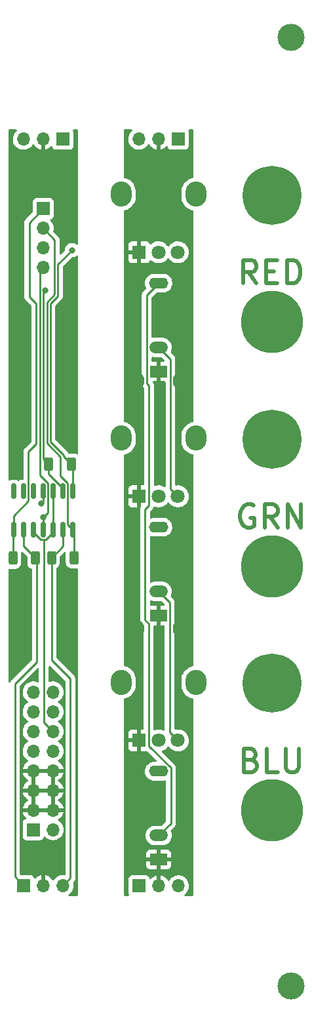
<source format=gbr>
%TF.GenerationSoftware,KiCad,Pcbnew,(6.0.0)*%
%TF.CreationDate,2022-02-24T10:47:42+08:00*%
%TF.ProjectId,LedController 2HP sandwich,4c656443-6f6e-4747-926f-6c6c65722032,rev?*%
%TF.SameCoordinates,Original*%
%TF.FileFunction,Copper,L1,Top*%
%TF.FilePolarity,Positive*%
%FSLAX46Y46*%
G04 Gerber Fmt 4.6, Leading zero omitted, Abs format (unit mm)*
G04 Created by KiCad (PCBNEW (6.0.0)) date 2022-02-24 10:47:42*
%MOMM*%
%LPD*%
G01*
G04 APERTURE LIST*
G04 Aperture macros list*
%AMRoundRect*
0 Rectangle with rounded corners*
0 $1 Rounding radius*
0 $2 $3 $4 $5 $6 $7 $8 $9 X,Y pos of 4 corners*
0 Add a 4 corners polygon primitive as box body*
4,1,4,$2,$3,$4,$5,$6,$7,$8,$9,$2,$3,0*
0 Add four circle primitives for the rounded corners*
1,1,$1+$1,$2,$3*
1,1,$1+$1,$4,$5*
1,1,$1+$1,$6,$7*
1,1,$1+$1,$8,$9*
0 Add four rect primitives between the rounded corners*
20,1,$1+$1,$2,$3,$4,$5,0*
20,1,$1+$1,$4,$5,$6,$7,0*
20,1,$1+$1,$6,$7,$8,$9,0*
20,1,$1+$1,$8,$9,$2,$3,0*%
G04 Aperture macros list end*
%ADD10C,0.500000*%
%TA.AperFunction,NonConductor*%
%ADD11C,0.500000*%
%TD*%
%TA.AperFunction,SMDPad,CuDef*%
%ADD12RoundRect,0.250000X0.312500X0.625000X-0.312500X0.625000X-0.312500X-0.625000X0.312500X-0.625000X0*%
%TD*%
%TA.AperFunction,SMDPad,CuDef*%
%ADD13RoundRect,0.250000X-0.312500X-0.625000X0.312500X-0.625000X0.312500X0.625000X-0.312500X0.625000X0*%
%TD*%
%TA.AperFunction,ComponentPad*%
%ADD14O,2.720000X3.240000*%
%TD*%
%TA.AperFunction,ComponentPad*%
%ADD15R,1.800000X1.800000*%
%TD*%
%TA.AperFunction,ComponentPad*%
%ADD16C,1.800000*%
%TD*%
%TA.AperFunction,SMDPad,CuDef*%
%ADD17RoundRect,0.150000X0.150000X-0.825000X0.150000X0.825000X-0.150000X0.825000X-0.150000X-0.825000X0*%
%TD*%
%TA.AperFunction,ComponentPad*%
%ADD18R,2.200000X1.500000*%
%TD*%
%TA.AperFunction,ComponentPad*%
%ADD19O,2.500000X1.400000*%
%TD*%
%TA.AperFunction,ComponentPad*%
%ADD20O,2.400000X1.500000*%
%TD*%
%TA.AperFunction,ComponentPad*%
%ADD21R,1.700000X1.700000*%
%TD*%
%TA.AperFunction,ComponentPad*%
%ADD22O,1.700000X1.700000*%
%TD*%
%TA.AperFunction,ComponentPad*%
%ADD23C,8.000000*%
%TD*%
%TA.AperFunction,ComponentPad*%
%ADD24C,7.612000*%
%TD*%
%TA.AperFunction,WasherPad*%
%ADD25C,3.500000*%
%TD*%
%TA.AperFunction,ViaPad*%
%ADD26C,0.800000*%
%TD*%
%TA.AperFunction,ViaPad*%
%ADD27C,2.300000*%
%TD*%
%TA.AperFunction,Conductor*%
%ADD28C,0.250000*%
%TD*%
G04 APERTURE END LIST*
D10*
D11*
X32164285Y-49080663D02*
X31878571Y-48937805D01*
X31450000Y-48937805D01*
X31021428Y-49080663D01*
X30735714Y-49366377D01*
X30592857Y-49652091D01*
X30450000Y-50223520D01*
X30450000Y-50652091D01*
X30592857Y-51223520D01*
X30735714Y-51509234D01*
X31021428Y-51794948D01*
X31450000Y-51937805D01*
X31735714Y-51937805D01*
X32164285Y-51794948D01*
X32307142Y-51652091D01*
X32307142Y-50652091D01*
X31735714Y-50652091D01*
X35307142Y-51937805D02*
X34307142Y-50509234D01*
X33592857Y-51937805D02*
X33592857Y-48937805D01*
X34735714Y-48937805D01*
X35021428Y-49080663D01*
X35164285Y-49223520D01*
X35307142Y-49509234D01*
X35307142Y-49937805D01*
X35164285Y-50223520D01*
X35021428Y-50366377D01*
X34735714Y-50509234D01*
X33592857Y-50509234D01*
X36592857Y-51937805D02*
X36592857Y-48937805D01*
X38307142Y-51937805D01*
X38307142Y-48937805D01*
D10*
D11*
X32521428Y-20384476D02*
X31521428Y-18955905D01*
X30807142Y-20384476D02*
X30807142Y-17384476D01*
X31950000Y-17384476D01*
X32235714Y-17527334D01*
X32378571Y-17670191D01*
X32521428Y-17955905D01*
X32521428Y-18384476D01*
X32378571Y-18670191D01*
X32235714Y-18813048D01*
X31950000Y-18955905D01*
X30807142Y-18955905D01*
X33807142Y-18813048D02*
X34807142Y-18813048D01*
X35235714Y-20384476D02*
X33807142Y-20384476D01*
X33807142Y-17384476D01*
X35235714Y-17384476D01*
X36521428Y-20384476D02*
X36521428Y-17384476D01*
X37235714Y-17384476D01*
X37664285Y-17527334D01*
X37950000Y-17813048D01*
X38092857Y-18098762D01*
X38235714Y-18670191D01*
X38235714Y-19098762D01*
X38092857Y-19670191D01*
X37950000Y-19955905D01*
X37664285Y-20241619D01*
X37235714Y-20384476D01*
X36521428Y-20384476D01*
D10*
D11*
X31878571Y-81942149D02*
X32307142Y-82085006D01*
X32450000Y-82227863D01*
X32592857Y-82513577D01*
X32592857Y-82942149D01*
X32450000Y-83227863D01*
X32307142Y-83370720D01*
X32021428Y-83513577D01*
X30878571Y-83513577D01*
X30878571Y-80513577D01*
X31878571Y-80513577D01*
X32164285Y-80656435D01*
X32307142Y-80799292D01*
X32450000Y-81085006D01*
X32450000Y-81370720D01*
X32307142Y-81656435D01*
X32164285Y-81799292D01*
X31878571Y-81942149D01*
X30878571Y-81942149D01*
X35307142Y-83513577D02*
X33878571Y-83513577D01*
X33878571Y-80513577D01*
X36307142Y-80513577D02*
X36307142Y-82942149D01*
X36450000Y-83227863D01*
X36592857Y-83370720D01*
X36878571Y-83513577D01*
X37450000Y-83513577D01*
X37735714Y-83370720D01*
X37878571Y-83227863D01*
X38021428Y-82942149D01*
X38021428Y-80513577D01*
D12*
%TO.P,R4,1*%
%TO.N,Net-(R1-Pad1)*%
X4012020Y-55854097D03*
%TO.P,R4,2*%
%TO.N,Net-(J5-Pad1)*%
X1087020Y-55854097D03*
%TD*%
D13*
%TO.P,R5,1*%
%TO.N,Net-(R2-Pad1)*%
X6077020Y-55824097D03*
%TO.P,R5,2*%
%TO.N,Net-(J5-Pad2)*%
X9002020Y-55824097D03*
%TD*%
%TO.P,R6,1*%
%TO.N,Net-(R3-Pad1)*%
X5697500Y-43720000D03*
%TO.P,R6,2*%
%TO.N,Net-(J5-Pad3)*%
X8622500Y-43720000D03*
%TD*%
D14*
%TO.P,RV2,*%
%TO.N,*%
X15110000Y-40387185D03*
X24710000Y-40387185D03*
D15*
%TO.P,RV2,1,1*%
%TO.N,GND*%
X17410000Y-47887185D03*
D16*
%TO.P,RV2,2,2*%
%TO.N,Net-(R2-Pad2)*%
X19910000Y-47887185D03*
%TO.P,RV2,3,3*%
%TO.N,Net-(J2-PadT)*%
X22410000Y-47887185D03*
%TD*%
D14*
%TO.P,RV3,*%
%TO.N,*%
X15110000Y-8862463D03*
X24710000Y-8862463D03*
D15*
%TO.P,RV3,1,1*%
%TO.N,GND*%
X17410000Y-16362463D03*
D16*
%TO.P,RV3,2,2*%
%TO.N,Net-(R3-Pad2)*%
X19910000Y-16362463D03*
%TO.P,RV3,3,3*%
%TO.N,Net-(J3-PadT)*%
X22410000Y-16362463D03*
%TD*%
D17*
%TO.P,U1,1*%
%TO.N,Net-(J5-Pad1)*%
X1190000Y-52184097D03*
%TO.P,U1,2,-*%
%TO.N,Net-(R1-Pad1)*%
X2460000Y-52184097D03*
%TO.P,U1,3,+*%
%TO.N,+5V*%
X3730000Y-52184097D03*
%TO.P,U1,4,V+*%
%TO.N,+12V*%
X5000000Y-52184097D03*
%TO.P,U1,5,+*%
%TO.N,+5V*%
X6270000Y-52184097D03*
%TO.P,U1,6,-*%
%TO.N,Net-(R2-Pad1)*%
X7540000Y-52184097D03*
%TO.P,U1,7*%
%TO.N,Net-(J5-Pad2)*%
X8810000Y-52184097D03*
%TO.P,U1,8*%
%TO.N,Net-(J5-Pad3)*%
X8810000Y-47234097D03*
%TO.P,U1,9,-*%
%TO.N,Net-(R3-Pad1)*%
X7540000Y-47234097D03*
%TO.P,U1,10,+*%
%TO.N,+5V*%
X6270000Y-47234097D03*
%TO.P,U1,11,V-*%
%TO.N,-12V*%
X5000000Y-47234097D03*
%TO.P,U1,12*%
%TO.N,N/C*%
X3730000Y-47234097D03*
%TO.P,U1,13*%
X2460000Y-47234097D03*
%TO.P,U1,14*%
X1190000Y-47234097D03*
%TD*%
D18*
%TO.P,J1,S*%
%TO.N,GND*%
X19910000Y-94793050D03*
D19*
%TO.P,J1,T*%
%TO.N,Net-(J1-PadT)*%
X19910000Y-83393050D03*
D20*
%TO.P,J1,TN*%
%TO.N,Net-(J3-PadT)*%
X19910000Y-91693050D03*
%TD*%
D18*
%TO.P,J2,S*%
%TO.N,GND*%
X19910000Y-63274016D03*
D19*
%TO.P,J2,T*%
%TO.N,Net-(J2-PadT)*%
X19910000Y-51874016D03*
D20*
%TO.P,J2,TN*%
%TO.N,Net-(J1-PadT)*%
X19910000Y-60174016D03*
%TD*%
D18*
%TO.P,J3,S*%
%TO.N,GND*%
X19910000Y-31754983D03*
D19*
%TO.P,J3,T*%
%TO.N,Net-(J3-PadT)*%
X19910000Y-20354983D03*
D20*
%TO.P,J3,TN*%
%TO.N,Net-(J2-PadT)*%
X19910000Y-28654983D03*
%TD*%
D14*
%TO.P,RV1,*%
%TO.N,*%
X15110000Y-71911907D03*
X24710000Y-71911907D03*
D15*
%TO.P,RV1,1,1*%
%TO.N,GND*%
X17410000Y-79411907D03*
D16*
%TO.P,RV1,2,2*%
%TO.N,Net-(R1-Pad2)*%
X19910000Y-79411907D03*
%TO.P,RV1,3,3*%
%TO.N,Net-(J1-PadT)*%
X22410000Y-79411907D03*
%TD*%
D21*
%TO.P,REF\u002A\u002A,1*%
%TO.N,N/C*%
X7525000Y-1760000D03*
D22*
%TO.P,REF\u002A\u002A,2*%
%TO.N,GND*%
X4985000Y-1760000D03*
%TO.P,REF\u002A\u002A,3*%
%TO.N,Net-(R3-Pad1)*%
X2445000Y-1760000D03*
%TD*%
D23*
%TO.P,,1*%
%TO.N,N/C*%
X34584447Y-25392520D03*
%TD*%
%TO.P,,1*%
%TO.N,N/C*%
X34584447Y-88430587D03*
%TD*%
D21*
%TO.P,REF\u002A\u002A,1*%
%TO.N,Net-(R1-Pad1)*%
X2475000Y-98140000D03*
D22*
%TO.P,REF\u002A\u002A,2*%
%TO.N,GND*%
X5015000Y-98140000D03*
%TO.P,REF\u002A\u002A,3*%
%TO.N,Net-(R2-Pad1)*%
X7555000Y-98140000D03*
%TD*%
D24*
%TO.P,,alps pot*%
%TO.N,N/C*%
X34584447Y-72029444D03*
%TD*%
D25*
%TO.P,U$1,*%
%TO.N,*%
X36992500Y11362500D03*
X36992500Y-111137500D03*
%TD*%
D24*
%TO.P,,alps pot*%
%TO.N,N/C*%
X34584447Y-8980000D03*
%TD*%
D23*
%TO.P,,1*%
%TO.N,N/C*%
X34584447Y-56911553D03*
%TD*%
D24*
%TO.P,,alps pot*%
%TO.N,N/C*%
X34584447Y-40504722D03*
%TD*%
D21*
%TO.P,J4,1,Pin_1*%
%TO.N,-12V*%
X3725000Y-90935000D03*
D22*
%TO.P,J4,2,Pin_2*%
X6265000Y-90935000D03*
%TO.P,J4,3,Pin_3*%
%TO.N,GND*%
X3725000Y-88395000D03*
%TO.P,J4,4,Pin_4*%
X6265000Y-88395000D03*
%TO.P,J4,5,Pin_5*%
X3725000Y-85855000D03*
%TO.P,J4,6,Pin_6*%
X6265000Y-85855000D03*
%TO.P,J4,7,Pin_7*%
X3725000Y-83315000D03*
%TO.P,J4,8,Pin_8*%
X6265000Y-83315000D03*
%TO.P,J4,9,Pin_9*%
%TO.N,+12V*%
X3725000Y-80775000D03*
%TO.P,J4,10,Pin_10*%
X6265000Y-80775000D03*
%TO.P,J4,11,Pin_11*%
%TO.N,+5V*%
X3725000Y-78235000D03*
%TO.P,J4,12,Pin_12*%
X6265000Y-78235000D03*
%TO.P,J4,13,Pin_13*%
%TO.N,unconnected-(J4-Pad13)*%
X3725000Y-75695000D03*
%TO.P,J4,14,Pin_14*%
%TO.N,unconnected-(J4-Pad14)*%
X6265000Y-75695000D03*
%TO.P,J4,15,Pin_15*%
%TO.N,unconnected-(J4-Pad15)*%
X3725000Y-73155000D03*
%TO.P,J4,16,Pin_16*%
%TO.N,unconnected-(J4-Pad16)*%
X6265000Y-73155000D03*
%TD*%
D21*
%TO.P,J5,1,Pin_1*%
%TO.N,Net-(J5-Pad1)*%
X5000000Y-10750000D03*
D22*
%TO.P,J5,2,Pin_2*%
%TO.N,Net-(J5-Pad2)*%
X5000000Y-13290000D03*
%TO.P,J5,3,Pin_3*%
%TO.N,Net-(J5-Pad3)*%
X5000000Y-15830000D03*
%TO.P,J5,4,Pin_4*%
%TO.N,+12V*%
X5000000Y-18370000D03*
%TD*%
D21*
%TO.P,REF\u002A\u002A,1*%
%TO.N,N/C*%
X22435000Y-1750000D03*
D22*
%TO.P,REF\u002A\u002A,2*%
%TO.N,GND*%
X19895000Y-1750000D03*
%TO.P,REF\u002A\u002A,3*%
%TO.N,Net-(R3-Pad1)*%
X17355000Y-1750000D03*
%TD*%
D21*
%TO.P,REF\u002A\u002A,1*%
%TO.N,Net-(R1-Pad1)*%
X17385000Y-98190000D03*
D22*
%TO.P,REF\u002A\u002A,2*%
%TO.N,GND*%
X19925000Y-98190000D03*
%TO.P,REF\u002A\u002A,3*%
%TO.N,Net-(R2-Pad1)*%
X22465000Y-98190000D03*
%TD*%
D26*
%TO.N,Net-(R3-Pad1)*%
X5304500Y-21270000D03*
D27*
%TO.N,GND*%
X2000000Y-65000000D03*
X2000000Y-33000000D03*
X16910000Y-33000000D03*
X8000000Y-33000000D03*
X22910000Y-33000000D03*
X22910000Y-65000000D03*
X16910000Y-65000000D03*
X8000000Y-65000000D03*
D26*
%TO.N,+12V*%
X4990000Y-50600000D03*
%TO.N,Net-(J5-Pad3)*%
X8720000Y-16100000D03*
%TO.N,-12V*%
X4750000Y-48800000D03*
%TD*%
D28*
%TO.N,Net-(R1-Pad1)*%
X1330000Y-72100000D02*
X1330000Y-96995000D01*
X4012020Y-55854097D02*
X2479520Y-54321597D01*
X1330000Y-96995000D02*
X2475000Y-98140000D01*
X2479520Y-54321597D02*
X2479520Y-52184097D01*
X4170000Y-69260000D02*
X1330000Y-72100000D01*
X4012020Y-55854097D02*
X4170000Y-56012077D01*
X4170000Y-56012077D02*
X4170000Y-69260000D01*
%TO.N,Net-(R2-Pad1)*%
X6077020Y-55824097D02*
X6077020Y-69027020D01*
X6077020Y-69027020D02*
X8510000Y-71460000D01*
X7559520Y-54341597D02*
X7559520Y-52184097D01*
X8510000Y-71460000D02*
X8510000Y-97185000D01*
X6077020Y-55824097D02*
X7559520Y-54341597D01*
X8510000Y-97185000D02*
X7555000Y-98140000D01*
%TO.N,Net-(R3-Pad1)*%
X5304500Y-21270000D02*
X5029520Y-21544980D01*
X7540000Y-46858025D02*
X5697500Y-45015525D01*
X5697500Y-45015525D02*
X5697500Y-43720000D01*
X5029520Y-43052020D02*
X5697500Y-43720000D01*
X7540000Y-47234097D02*
X7540000Y-46858025D01*
X5029520Y-21544980D02*
X5029520Y-43052020D01*
%TO.N,Net-(J1-PadT)*%
X21334511Y-78336418D02*
X22410000Y-79411907D01*
X19910000Y-60174016D02*
X21334511Y-61598527D01*
X21334511Y-61598527D02*
X21334511Y-78336418D01*
%TO.N,Net-(J2-PadT)*%
X21435489Y-30180472D02*
X21435489Y-46912674D01*
X21435489Y-46912674D02*
X22410000Y-47887185D01*
X19910000Y-28654983D02*
X21435489Y-30180472D01*
%TO.N,Net-(J3-PadT)*%
X21484520Y-82968680D02*
X18634511Y-80118671D01*
X18634511Y-64348527D02*
X18150000Y-63864016D01*
X18660000Y-33590000D02*
X18385480Y-33315480D01*
X18634511Y-80118671D02*
X18634511Y-64348527D01*
X18385480Y-33315480D02*
X18385480Y-21879503D01*
X18660000Y-49086207D02*
X18660000Y-33590000D01*
X19910000Y-91693050D02*
X21484520Y-90118530D01*
X18150000Y-49596207D02*
X18660000Y-49086207D01*
X18385480Y-21879503D02*
X19910000Y-20354983D01*
X18150000Y-63864016D02*
X18150000Y-49596207D01*
X21484520Y-90118530D02*
X21484520Y-82968680D01*
%TO.N,+5V*%
X5346552Y-53483617D02*
X5029520Y-53483617D01*
X3749520Y-52184097D02*
X3749520Y-52869520D01*
X6270000Y-52184097D02*
X6270000Y-52560169D01*
X4653448Y-53483617D02*
X3730000Y-52560169D01*
X3730000Y-52560169D02*
X3730000Y-52184097D01*
X5090489Y-77060489D02*
X5090489Y-53544586D01*
X6289520Y-52864097D02*
X6289520Y-47234097D01*
X5029520Y-53483617D02*
X4653448Y-53483617D01*
X6265000Y-78235000D02*
X5090489Y-77060489D01*
X5090489Y-53544586D02*
X5029520Y-53483617D01*
X6270000Y-52560169D02*
X5346552Y-53483617D01*
%TO.N,+12V*%
X4990000Y-50600000D02*
X5000000Y-50610000D01*
X5000000Y-50610000D02*
X5000000Y-52184097D01*
X4580000Y-45168025D02*
X5624520Y-46212545D01*
X4580000Y-18790000D02*
X4580000Y-45168025D01*
X5624520Y-49965480D02*
X4990000Y-50600000D01*
X5000000Y-18370000D02*
X4580000Y-18790000D01*
X5624520Y-46212545D02*
X5624520Y-49965480D01*
%TO.N,Net-(J5-Pad3)*%
X7659520Y-42583802D02*
X5928560Y-40852842D01*
X6914031Y-22015969D02*
X6914031Y-17905969D01*
X5928560Y-23001440D02*
X6914031Y-22015969D01*
X8810000Y-47234097D02*
X8810000Y-43907500D01*
X5928560Y-40852842D02*
X5928560Y-23001440D01*
X8810000Y-43907500D02*
X8622500Y-43720000D01*
X7659520Y-42757020D02*
X7659520Y-42583802D01*
X8622500Y-43720000D02*
X7659520Y-42757020D01*
X6914031Y-17905969D02*
X8720000Y-16100000D01*
%TO.N,Net-(J5-Pad2)*%
X7210000Y-42770000D02*
X5479040Y-41039039D01*
X9002020Y-52356597D02*
X8829520Y-52184097D01*
X9002020Y-55824097D02*
X9002020Y-52356597D01*
X8164520Y-51538617D02*
X8164520Y-46212545D01*
X8164520Y-46212545D02*
X7210000Y-45258025D01*
X5479040Y-22815242D02*
X6464511Y-21829771D01*
X6464511Y-14754511D02*
X5000000Y-13290000D01*
X8810000Y-52184097D02*
X8164520Y-51538617D01*
X6464511Y-21829771D02*
X6464511Y-14754511D01*
X5479040Y-41039039D02*
X5479040Y-22815242D01*
X7210000Y-45258025D02*
X7210000Y-42770000D01*
%TO.N,Net-(J5-Pad1)*%
X3105480Y-42114520D02*
X4120000Y-41100000D01*
X4120000Y-41100000D02*
X4120000Y-23020000D01*
X3210000Y-22110000D02*
X3210000Y-12540000D01*
X3105480Y-48504520D02*
X3105480Y-42114520D01*
X1087020Y-55854097D02*
X1087020Y-52287077D01*
X4120000Y-23020000D02*
X3210000Y-22110000D01*
X1087020Y-52287077D02*
X1190000Y-52184097D01*
X3210000Y-12540000D02*
X5000000Y-10750000D01*
X1190000Y-52184097D02*
X1190000Y-50420000D01*
X1190000Y-50420000D02*
X3105480Y-48504520D01*
%TO.N,-12V*%
X4750000Y-48800000D02*
X5000000Y-48550000D01*
X5000000Y-48550000D02*
X5000000Y-47234097D01*
%TD*%
%TA.AperFunction,Conductor*%
%TO.N,GND*%
G36*
X7849052Y-55052135D02*
G01*
X7905888Y-55094682D01*
X7930699Y-55161202D01*
X7931020Y-55170191D01*
X7931020Y-56499497D01*
X7931357Y-56502743D01*
X7931357Y-56502747D01*
X7934465Y-56532695D01*
X7941994Y-56605263D01*
X7997970Y-56773043D01*
X8091042Y-56923445D01*
X8096224Y-56928618D01*
X8121094Y-56953445D01*
X8216217Y-57048402D01*
X8366782Y-57141212D01*
X8376849Y-57144551D01*
X8528131Y-57194729D01*
X8528133Y-57194729D01*
X8534659Y-57196894D01*
X8541495Y-57197594D01*
X8541498Y-57197595D01*
X8584551Y-57202006D01*
X8639120Y-57207597D01*
X9364920Y-57207597D01*
X9364920Y-57209007D01*
X9428541Y-57224158D01*
X9477749Y-57275334D01*
X9492000Y-57333541D01*
X9492000Y-99366000D01*
X9471998Y-99434121D01*
X9418342Y-99480614D01*
X9366000Y-99492000D01*
X8392720Y-99492000D01*
X8324599Y-99471998D01*
X8278106Y-99418342D01*
X8268002Y-99348068D01*
X8297496Y-99283488D01*
X8319552Y-99263421D01*
X8346938Y-99243887D01*
X8434860Y-99181173D01*
X8593096Y-99023489D01*
X8723453Y-98842077D01*
X8736995Y-98814678D01*
X8820136Y-98646453D01*
X8820137Y-98646451D01*
X8822430Y-98641811D01*
X8887370Y-98428069D01*
X8916529Y-98206590D01*
X8918156Y-98140000D01*
X8899852Y-97917361D01*
X8871917Y-97806148D01*
X8874721Y-97735208D01*
X8912988Y-97679558D01*
X8917018Y-97677000D01*
X8963644Y-97627348D01*
X8966398Y-97624507D01*
X8986135Y-97604770D01*
X8988615Y-97601573D01*
X8996320Y-97592551D01*
X9021159Y-97566100D01*
X9026586Y-97560321D01*
X9030405Y-97553375D01*
X9030407Y-97553372D01*
X9036348Y-97542566D01*
X9047199Y-97526047D01*
X9054758Y-97516301D01*
X9059614Y-97510041D01*
X9062759Y-97502772D01*
X9062762Y-97502768D01*
X9077174Y-97469463D01*
X9082391Y-97458813D01*
X9103695Y-97420060D01*
X9108733Y-97400437D01*
X9115137Y-97381734D01*
X9120033Y-97370420D01*
X9120033Y-97370419D01*
X9123181Y-97363145D01*
X9124420Y-97355322D01*
X9124423Y-97355312D01*
X9130099Y-97319476D01*
X9132505Y-97307856D01*
X9141528Y-97272711D01*
X9141528Y-97272710D01*
X9143500Y-97265030D01*
X9143500Y-97244776D01*
X9145051Y-97225065D01*
X9146980Y-97212886D01*
X9148220Y-97205057D01*
X9144059Y-97161038D01*
X9143500Y-97149181D01*
X9143500Y-71538767D01*
X9144027Y-71527584D01*
X9145702Y-71520091D01*
X9143562Y-71452014D01*
X9143500Y-71448055D01*
X9143500Y-71420144D01*
X9142995Y-71416144D01*
X9142062Y-71404301D01*
X9140922Y-71368029D01*
X9140673Y-71360110D01*
X9135022Y-71340658D01*
X9131014Y-71321306D01*
X9129467Y-71309063D01*
X9128474Y-71301203D01*
X9125556Y-71293832D01*
X9112200Y-71260097D01*
X9108355Y-71248870D01*
X9107721Y-71246687D01*
X9096018Y-71206407D01*
X9091984Y-71199585D01*
X9091981Y-71199579D01*
X9085706Y-71188968D01*
X9077010Y-71171218D01*
X9072472Y-71159756D01*
X9072469Y-71159751D01*
X9069552Y-71152383D01*
X9043573Y-71116625D01*
X9037057Y-71106707D01*
X9018575Y-71075457D01*
X9014542Y-71068637D01*
X9000218Y-71054313D01*
X8987376Y-71039278D01*
X8975472Y-71022893D01*
X8941406Y-70994711D01*
X8932627Y-70986722D01*
X6747425Y-68801520D01*
X6713399Y-68739208D01*
X6710520Y-68712425D01*
X6710520Y-57212672D01*
X6730522Y-57144551D01*
X6770217Y-57105528D01*
X6822409Y-57073231D01*
X6863868Y-57047575D01*
X6988825Y-56922400D01*
X7058558Y-56809273D01*
X7077795Y-56778065D01*
X7077796Y-56778063D01*
X7081635Y-56771835D01*
X7127367Y-56633958D01*
X7135152Y-56610486D01*
X7135152Y-56610484D01*
X7137317Y-56603958D01*
X7148020Y-56499497D01*
X7148020Y-55701191D01*
X7168022Y-55633070D01*
X7184925Y-55612096D01*
X7715925Y-55081096D01*
X7778237Y-55047070D01*
X7849052Y-55052135D01*
G37*
%TD.AperFunction*%
%TA.AperFunction,Conductor*%
G36*
X5932501Y-69778859D02*
G01*
X5939084Y-69784988D01*
X7839595Y-71685499D01*
X7873621Y-71747811D01*
X7876500Y-71774594D01*
X7876500Y-73105364D01*
X7856498Y-73173485D01*
X7852115Y-73177283D01*
X7874995Y-73225846D01*
X7876500Y-73245260D01*
X7876500Y-75645364D01*
X7856498Y-75713485D01*
X7852115Y-75717283D01*
X7874995Y-75765846D01*
X7876500Y-75785260D01*
X7876500Y-78185364D01*
X7856498Y-78253485D01*
X7852115Y-78257283D01*
X7874995Y-78305846D01*
X7876500Y-78325260D01*
X7876500Y-80725364D01*
X7856498Y-80793485D01*
X7852115Y-80797283D01*
X7874995Y-80845846D01*
X7876500Y-80865260D01*
X7876500Y-90885364D01*
X7856498Y-90953485D01*
X7852115Y-90957283D01*
X7874995Y-91005846D01*
X7876500Y-91025260D01*
X7876500Y-96666884D01*
X7856498Y-96735005D01*
X7802842Y-96781498D01*
X7728404Y-96790931D01*
X7688373Y-96783800D01*
X7688367Y-96783799D01*
X7683284Y-96782894D01*
X7609452Y-96781992D01*
X7465081Y-96780228D01*
X7465079Y-96780228D01*
X7459911Y-96780165D01*
X7239091Y-96813955D01*
X7026756Y-96883357D01*
X6828607Y-96986507D01*
X6824474Y-96989610D01*
X6824471Y-96989612D01*
X6654100Y-97117530D01*
X6649965Y-97120635D01*
X6495629Y-97282138D01*
X6492715Y-97286410D01*
X6492714Y-97286411D01*
X6453981Y-97343192D01*
X6409979Y-97407697D01*
X6387898Y-97440066D01*
X6332987Y-97485069D01*
X6262462Y-97493240D01*
X6198715Y-97461986D01*
X6178018Y-97437502D01*
X6097426Y-97312926D01*
X6091136Y-97304757D01*
X5947806Y-97147240D01*
X5940273Y-97140215D01*
X5773139Y-97008222D01*
X5764552Y-97002517D01*
X5578117Y-96899599D01*
X5568705Y-96895369D01*
X5367959Y-96824280D01*
X5357988Y-96821646D01*
X5286837Y-96808972D01*
X5273540Y-96810432D01*
X5269000Y-96824989D01*
X5269000Y-98268000D01*
X5248998Y-98336121D01*
X5195342Y-98382614D01*
X5143000Y-98394000D01*
X4887000Y-98394000D01*
X4818879Y-98373998D01*
X4772386Y-98320342D01*
X4761000Y-98268000D01*
X4761000Y-96823102D01*
X4757082Y-96809758D01*
X4742806Y-96807771D01*
X4704324Y-96813660D01*
X4694288Y-96816051D01*
X4491868Y-96882212D01*
X4482359Y-96886209D01*
X4293463Y-96984542D01*
X4284738Y-96990036D01*
X4114433Y-97117905D01*
X4106726Y-97124748D01*
X4029478Y-97205584D01*
X3967954Y-97241014D01*
X3897042Y-97237557D01*
X3839255Y-97196311D01*
X3820402Y-97162763D01*
X3778767Y-97051703D01*
X3775615Y-97043295D01*
X3688261Y-96926739D01*
X3571705Y-96839385D01*
X3435316Y-96788255D01*
X3373134Y-96781500D01*
X2089500Y-96781500D01*
X2021379Y-96761498D01*
X1974886Y-96707842D01*
X1963500Y-96655500D01*
X1963500Y-91833134D01*
X2366500Y-91833134D01*
X2373255Y-91895316D01*
X2424385Y-92031705D01*
X2511739Y-92148261D01*
X2628295Y-92235615D01*
X2764684Y-92286745D01*
X2826866Y-92293500D01*
X4623134Y-92293500D01*
X4685316Y-92286745D01*
X4821705Y-92235615D01*
X4938261Y-92148261D01*
X5025615Y-92031705D01*
X5047799Y-91972529D01*
X5069598Y-91914382D01*
X5112240Y-91857618D01*
X5178802Y-91832918D01*
X5248150Y-91848126D01*
X5282817Y-91876114D01*
X5311250Y-91908938D01*
X5483126Y-92051632D01*
X5676000Y-92164338D01*
X5884692Y-92244030D01*
X5889760Y-92245061D01*
X5889763Y-92245062D01*
X5997017Y-92266883D01*
X6103597Y-92288567D01*
X6108772Y-92288757D01*
X6108774Y-92288757D01*
X6321673Y-92296564D01*
X6321677Y-92296564D01*
X6326837Y-92296753D01*
X6331957Y-92296097D01*
X6331959Y-92296097D01*
X6543288Y-92269025D01*
X6543289Y-92269025D01*
X6548416Y-92268368D01*
X6553366Y-92266883D01*
X6757429Y-92205661D01*
X6757434Y-92205659D01*
X6762384Y-92204174D01*
X6962994Y-92105896D01*
X7144860Y-91976173D01*
X7303096Y-91818489D01*
X7433453Y-91637077D01*
X7532430Y-91436811D01*
X7597370Y-91223069D01*
X7625578Y-91008813D01*
X7650265Y-90953010D01*
X7629604Y-90920862D01*
X7624924Y-90895688D01*
X7610276Y-90717522D01*
X7609852Y-90712361D01*
X7555431Y-90495702D01*
X7466354Y-90290840D01*
X7345014Y-90103277D01*
X7194670Y-89938051D01*
X7190619Y-89934852D01*
X7190615Y-89934848D01*
X7023414Y-89802800D01*
X7023410Y-89802798D01*
X7019359Y-89799598D01*
X6977569Y-89776529D01*
X6927598Y-89726097D01*
X6912826Y-89656654D01*
X6937942Y-89590248D01*
X6965294Y-89563641D01*
X7140328Y-89438792D01*
X7148200Y-89432139D01*
X7299052Y-89281812D01*
X7305730Y-89273965D01*
X7430003Y-89101020D01*
X7435313Y-89092183D01*
X7529670Y-88901267D01*
X7533469Y-88891672D01*
X7595377Y-88687910D01*
X7597555Y-88677837D01*
X7598986Y-88666962D01*
X7596775Y-88652778D01*
X7583617Y-88649000D01*
X2408225Y-88649000D01*
X2394694Y-88652973D01*
X2393257Y-88662966D01*
X2423565Y-88797446D01*
X2426645Y-88807275D01*
X2506770Y-89004603D01*
X2511413Y-89013794D01*
X2622694Y-89195388D01*
X2628777Y-89203699D01*
X2768213Y-89364667D01*
X2775577Y-89371879D01*
X2780522Y-89375985D01*
X2820156Y-89434889D01*
X2821653Y-89505870D01*
X2784537Y-89566392D01*
X2744264Y-89590910D01*
X2636705Y-89631232D01*
X2636704Y-89631233D01*
X2628295Y-89634385D01*
X2511739Y-89721739D01*
X2424385Y-89838295D01*
X2373255Y-89974684D01*
X2366500Y-90036866D01*
X2366500Y-91833134D01*
X1963500Y-91833134D01*
X1963500Y-88129183D01*
X2389389Y-88129183D01*
X2390912Y-88137607D01*
X2403292Y-88141000D01*
X3452885Y-88141000D01*
X3468124Y-88136525D01*
X3469329Y-88135135D01*
X3471000Y-88127452D01*
X3471000Y-88122885D01*
X3979000Y-88122885D01*
X3983475Y-88138124D01*
X3984865Y-88139329D01*
X3992548Y-88141000D01*
X5992885Y-88141000D01*
X6008124Y-88136525D01*
X6009329Y-88135135D01*
X6011000Y-88127452D01*
X6011000Y-88122885D01*
X6519000Y-88122885D01*
X6523475Y-88138124D01*
X6524865Y-88139329D01*
X6532548Y-88141000D01*
X7583344Y-88141000D01*
X7596875Y-88137027D01*
X7598180Y-88127947D01*
X7556214Y-87960875D01*
X7552894Y-87951124D01*
X7467972Y-87755814D01*
X7463105Y-87746739D01*
X7347426Y-87567926D01*
X7341136Y-87559757D01*
X7197806Y-87402240D01*
X7190273Y-87395215D01*
X7023139Y-87263222D01*
X7014552Y-87257517D01*
X6977116Y-87236851D01*
X6927146Y-87186419D01*
X6912374Y-87116976D01*
X6937490Y-87050571D01*
X6964842Y-87023964D01*
X7140327Y-86898792D01*
X7148200Y-86892139D01*
X7299052Y-86741812D01*
X7305730Y-86733965D01*
X7430003Y-86561020D01*
X7435313Y-86552183D01*
X7529670Y-86361267D01*
X7533469Y-86351672D01*
X7595377Y-86147910D01*
X7597555Y-86137837D01*
X7598986Y-86126962D01*
X7596775Y-86112778D01*
X7583617Y-86109000D01*
X6537115Y-86109000D01*
X6521876Y-86113475D01*
X6520671Y-86114865D01*
X6519000Y-86122548D01*
X6519000Y-88122885D01*
X6011000Y-88122885D01*
X6011000Y-86127115D01*
X6006525Y-86111876D01*
X6005135Y-86110671D01*
X5997452Y-86109000D01*
X3997115Y-86109000D01*
X3981876Y-86113475D01*
X3980671Y-86114865D01*
X3979000Y-86122548D01*
X3979000Y-88122885D01*
X3471000Y-88122885D01*
X3471000Y-86127115D01*
X3466525Y-86111876D01*
X3465135Y-86110671D01*
X3457452Y-86109000D01*
X2408225Y-86109000D01*
X2394694Y-86112973D01*
X2393257Y-86122966D01*
X2423565Y-86257446D01*
X2426645Y-86267275D01*
X2506770Y-86464603D01*
X2511413Y-86473794D01*
X2622694Y-86655388D01*
X2628777Y-86663699D01*
X2768213Y-86824667D01*
X2775580Y-86831883D01*
X2939434Y-86967916D01*
X2947881Y-86973831D01*
X3017479Y-87014501D01*
X3066203Y-87066140D01*
X3079274Y-87135923D01*
X3052543Y-87201694D01*
X3012087Y-87235053D01*
X3003462Y-87239542D01*
X2994738Y-87245036D01*
X2824433Y-87372905D01*
X2816726Y-87379748D01*
X2669590Y-87533717D01*
X2663104Y-87541727D01*
X2543098Y-87717649D01*
X2538000Y-87726623D01*
X2448338Y-87919783D01*
X2444775Y-87929470D01*
X2389389Y-88129183D01*
X1963500Y-88129183D01*
X1963500Y-85589183D01*
X2389389Y-85589183D01*
X2390912Y-85597607D01*
X2403292Y-85601000D01*
X3452885Y-85601000D01*
X3468124Y-85596525D01*
X3469329Y-85595135D01*
X3471000Y-85587452D01*
X3471000Y-85582885D01*
X3979000Y-85582885D01*
X3983475Y-85598124D01*
X3984865Y-85599329D01*
X3992548Y-85601000D01*
X5992885Y-85601000D01*
X6008124Y-85596525D01*
X6009329Y-85595135D01*
X6011000Y-85587452D01*
X6011000Y-85582885D01*
X6519000Y-85582885D01*
X6523475Y-85598124D01*
X6524865Y-85599329D01*
X6532548Y-85601000D01*
X7583344Y-85601000D01*
X7596875Y-85597027D01*
X7598180Y-85587947D01*
X7556214Y-85420875D01*
X7552894Y-85411124D01*
X7467972Y-85215814D01*
X7463105Y-85206739D01*
X7347426Y-85027926D01*
X7341136Y-85019757D01*
X7197806Y-84862240D01*
X7190273Y-84855215D01*
X7023139Y-84723222D01*
X7014552Y-84717517D01*
X6977116Y-84696851D01*
X6927146Y-84646419D01*
X6912374Y-84576976D01*
X6937490Y-84510571D01*
X6964842Y-84483964D01*
X7140327Y-84358792D01*
X7148200Y-84352139D01*
X7299052Y-84201812D01*
X7305730Y-84193965D01*
X7430003Y-84021020D01*
X7435313Y-84012183D01*
X7529670Y-83821267D01*
X7533469Y-83811672D01*
X7595377Y-83607910D01*
X7597555Y-83597837D01*
X7598986Y-83586962D01*
X7596775Y-83572778D01*
X7583617Y-83569000D01*
X6537115Y-83569000D01*
X6521876Y-83573475D01*
X6520671Y-83574865D01*
X6519000Y-83582548D01*
X6519000Y-85582885D01*
X6011000Y-85582885D01*
X6011000Y-83587115D01*
X6006525Y-83571876D01*
X6005135Y-83570671D01*
X5997452Y-83569000D01*
X3997115Y-83569000D01*
X3981876Y-83573475D01*
X3980671Y-83574865D01*
X3979000Y-83582548D01*
X3979000Y-85582885D01*
X3471000Y-85582885D01*
X3471000Y-83587115D01*
X3466525Y-83571876D01*
X3465135Y-83570671D01*
X3457452Y-83569000D01*
X2408225Y-83569000D01*
X2394694Y-83572973D01*
X2393257Y-83582966D01*
X2423565Y-83717446D01*
X2426645Y-83727275D01*
X2506770Y-83924603D01*
X2511413Y-83933794D01*
X2622694Y-84115388D01*
X2628777Y-84123699D01*
X2768213Y-84284667D01*
X2775580Y-84291883D01*
X2939434Y-84427916D01*
X2947881Y-84433831D01*
X3017479Y-84474501D01*
X3066203Y-84526140D01*
X3079274Y-84595923D01*
X3052543Y-84661694D01*
X3012087Y-84695053D01*
X3003462Y-84699542D01*
X2994738Y-84705036D01*
X2824433Y-84832905D01*
X2816726Y-84839748D01*
X2669590Y-84993717D01*
X2663104Y-85001727D01*
X2543098Y-85177649D01*
X2538000Y-85186623D01*
X2448338Y-85379783D01*
X2444775Y-85389470D01*
X2389389Y-85589183D01*
X1963500Y-85589183D01*
X1963500Y-72414594D01*
X1983502Y-72346473D01*
X2000405Y-72325499D01*
X4241894Y-70084010D01*
X4304206Y-70049984D01*
X4375021Y-70055049D01*
X4431857Y-70097596D01*
X4456668Y-70164116D01*
X4456989Y-70173105D01*
X4456989Y-71795175D01*
X4436987Y-71863296D01*
X4383331Y-71909789D01*
X4313057Y-71919893D01*
X4283867Y-71911417D01*
X4283789Y-71911638D01*
X4279964Y-71910283D01*
X4279956Y-71910281D01*
X4278568Y-71909789D01*
X4078087Y-71838795D01*
X4078083Y-71838794D01*
X4073212Y-71837069D01*
X4068119Y-71836162D01*
X4068116Y-71836161D01*
X3858373Y-71798800D01*
X3858367Y-71798799D01*
X3853284Y-71797894D01*
X3779452Y-71796992D01*
X3635081Y-71795228D01*
X3635079Y-71795228D01*
X3629911Y-71795165D01*
X3409091Y-71828955D01*
X3196756Y-71898357D01*
X2998607Y-72001507D01*
X2994474Y-72004610D01*
X2994471Y-72004612D01*
X2824100Y-72132530D01*
X2819965Y-72135635D01*
X2665629Y-72297138D01*
X2662715Y-72301410D01*
X2662714Y-72301411D01*
X2585506Y-72414594D01*
X2539743Y-72481680D01*
X2445688Y-72684305D01*
X2385989Y-72899570D01*
X2362251Y-73121695D01*
X2362548Y-73126848D01*
X2362548Y-73126851D01*
X2374812Y-73339547D01*
X2375110Y-73344715D01*
X2376247Y-73349761D01*
X2376248Y-73349767D01*
X2396119Y-73437939D01*
X2424222Y-73562639D01*
X2508266Y-73769616D01*
X2624987Y-73960088D01*
X2771250Y-74128938D01*
X2943126Y-74271632D01*
X3013595Y-74312811D01*
X3016445Y-74314476D01*
X3065169Y-74366114D01*
X3078240Y-74435897D01*
X3051509Y-74501669D01*
X3011055Y-74535027D01*
X2998607Y-74541507D01*
X2994474Y-74544610D01*
X2994471Y-74544612D01*
X2970247Y-74562800D01*
X2819965Y-74675635D01*
X2665629Y-74837138D01*
X2539743Y-75021680D01*
X2445688Y-75224305D01*
X2385989Y-75439570D01*
X2362251Y-75661695D01*
X2362548Y-75666848D01*
X2362548Y-75666851D01*
X2374812Y-75879547D01*
X2375110Y-75884715D01*
X2376247Y-75889761D01*
X2376248Y-75889767D01*
X2396119Y-75977939D01*
X2424222Y-76102639D01*
X2508266Y-76309616D01*
X2624987Y-76500088D01*
X2771250Y-76668938D01*
X2943126Y-76811632D01*
X3013595Y-76852811D01*
X3016445Y-76854476D01*
X3065169Y-76906114D01*
X3078240Y-76975897D01*
X3051509Y-77041669D01*
X3011055Y-77075027D01*
X2998607Y-77081507D01*
X2994474Y-77084610D01*
X2994471Y-77084612D01*
X2970247Y-77102800D01*
X2819965Y-77215635D01*
X2665629Y-77377138D01*
X2539743Y-77561680D01*
X2445688Y-77764305D01*
X2385989Y-77979570D01*
X2362251Y-78201695D01*
X2362548Y-78206848D01*
X2362548Y-78206851D01*
X2374812Y-78419547D01*
X2375110Y-78424715D01*
X2376247Y-78429761D01*
X2376248Y-78429767D01*
X2396119Y-78517939D01*
X2424222Y-78642639D01*
X2508266Y-78849616D01*
X2559019Y-78932438D01*
X2622291Y-79035688D01*
X2624987Y-79040088D01*
X2771250Y-79208938D01*
X2943126Y-79351632D01*
X3013595Y-79392811D01*
X3016445Y-79394476D01*
X3065169Y-79446114D01*
X3078240Y-79515897D01*
X3051509Y-79581669D01*
X3011055Y-79615027D01*
X2998607Y-79621507D01*
X2994474Y-79624610D01*
X2994471Y-79624612D01*
X2970247Y-79642800D01*
X2819965Y-79755635D01*
X2665629Y-79917138D01*
X2539743Y-80101680D01*
X2445688Y-80304305D01*
X2385989Y-80519570D01*
X2362251Y-80741695D01*
X2362548Y-80746848D01*
X2362548Y-80746851D01*
X2374812Y-80959547D01*
X2375110Y-80964715D01*
X2376247Y-80969761D01*
X2376248Y-80969767D01*
X2396119Y-81057939D01*
X2424222Y-81182639D01*
X2508266Y-81389616D01*
X2559019Y-81472438D01*
X2622291Y-81575688D01*
X2624987Y-81580088D01*
X2771250Y-81748938D01*
X2943126Y-81891632D01*
X3016955Y-81934774D01*
X3065679Y-81986412D01*
X3078750Y-82056195D01*
X3052019Y-82121967D01*
X3011562Y-82155327D01*
X3003457Y-82159546D01*
X2994738Y-82165036D01*
X2824433Y-82292905D01*
X2816726Y-82299748D01*
X2669590Y-82453717D01*
X2663104Y-82461727D01*
X2543098Y-82637649D01*
X2538000Y-82646623D01*
X2448338Y-82839783D01*
X2444775Y-82849470D01*
X2389389Y-83049183D01*
X2390912Y-83057607D01*
X2403292Y-83061000D01*
X7583344Y-83061000D01*
X7596875Y-83057027D01*
X7598180Y-83047947D01*
X7556214Y-82880875D01*
X7552894Y-82871124D01*
X7467972Y-82675814D01*
X7463105Y-82666739D01*
X7347426Y-82487926D01*
X7341136Y-82479757D01*
X7197806Y-82322240D01*
X7190273Y-82315215D01*
X7023139Y-82183222D01*
X7014556Y-82177520D01*
X6977602Y-82157120D01*
X6927631Y-82106687D01*
X6912859Y-82037245D01*
X6937975Y-81970839D01*
X6965327Y-81944232D01*
X6988797Y-81927491D01*
X7144860Y-81816173D01*
X7303096Y-81658489D01*
X7362594Y-81575689D01*
X7430435Y-81481277D01*
X7433453Y-81477077D01*
X7454320Y-81434857D01*
X7530136Y-81281453D01*
X7530137Y-81281451D01*
X7532430Y-81276811D01*
X7597370Y-81063069D01*
X7625578Y-80848813D01*
X7650265Y-80793010D01*
X7629604Y-80760862D01*
X7624924Y-80735688D01*
X7610276Y-80557522D01*
X7609852Y-80552361D01*
X7555431Y-80335702D01*
X7466354Y-80130840D01*
X7345014Y-79943277D01*
X7194670Y-79778051D01*
X7190619Y-79774852D01*
X7190615Y-79774848D01*
X7023414Y-79642800D01*
X7023410Y-79642798D01*
X7019359Y-79639598D01*
X6978053Y-79616796D01*
X6928084Y-79566364D01*
X6913312Y-79496921D01*
X6938428Y-79430516D01*
X6965780Y-79403909D01*
X7009603Y-79372650D01*
X7144860Y-79276173D01*
X7303096Y-79118489D01*
X7362594Y-79035689D01*
X7430435Y-78941277D01*
X7433453Y-78937077D01*
X7454320Y-78894857D01*
X7530136Y-78741453D01*
X7530137Y-78741451D01*
X7532430Y-78736811D01*
X7597370Y-78523069D01*
X7625578Y-78308813D01*
X7650265Y-78253010D01*
X7629604Y-78220862D01*
X7624924Y-78195688D01*
X7610276Y-78017522D01*
X7609852Y-78012361D01*
X7555431Y-77795702D01*
X7466354Y-77590840D01*
X7345014Y-77403277D01*
X7194670Y-77238051D01*
X7190619Y-77234852D01*
X7190615Y-77234848D01*
X7023414Y-77102800D01*
X7023410Y-77102798D01*
X7019359Y-77099598D01*
X6978053Y-77076796D01*
X6928084Y-77026364D01*
X6913312Y-76956921D01*
X6938428Y-76890516D01*
X6965780Y-76863909D01*
X7009603Y-76832650D01*
X7144860Y-76736173D01*
X7303096Y-76578489D01*
X7362594Y-76495689D01*
X7430435Y-76401277D01*
X7433453Y-76397077D01*
X7532430Y-76196811D01*
X7597370Y-75983069D01*
X7625578Y-75768813D01*
X7650265Y-75713010D01*
X7629604Y-75680862D01*
X7624924Y-75655688D01*
X7610276Y-75477522D01*
X7609852Y-75472361D01*
X7555431Y-75255702D01*
X7466354Y-75050840D01*
X7345014Y-74863277D01*
X7194670Y-74698051D01*
X7190619Y-74694852D01*
X7190615Y-74694848D01*
X7023414Y-74562800D01*
X7023410Y-74562798D01*
X7019359Y-74559598D01*
X6978053Y-74536796D01*
X6928084Y-74486364D01*
X6913312Y-74416921D01*
X6938428Y-74350516D01*
X6965780Y-74323909D01*
X7009603Y-74292650D01*
X7144860Y-74196173D01*
X7303096Y-74038489D01*
X7362594Y-73955689D01*
X7430435Y-73861277D01*
X7433453Y-73857077D01*
X7532430Y-73656811D01*
X7597370Y-73443069D01*
X7625578Y-73228813D01*
X7650265Y-73173010D01*
X7629604Y-73140862D01*
X7624924Y-73115688D01*
X7610276Y-72937522D01*
X7609852Y-72932361D01*
X7555431Y-72715702D01*
X7466354Y-72510840D01*
X7404090Y-72414594D01*
X7347822Y-72327617D01*
X7347820Y-72327614D01*
X7345014Y-72323277D01*
X7194670Y-72158051D01*
X7190619Y-72154852D01*
X7190615Y-72154848D01*
X7023414Y-72022800D01*
X7023410Y-72022798D01*
X7019359Y-72019598D01*
X6823789Y-71911638D01*
X6818920Y-71909914D01*
X6818916Y-71909912D01*
X6618087Y-71838795D01*
X6618083Y-71838794D01*
X6613212Y-71837069D01*
X6608119Y-71836162D01*
X6608116Y-71836161D01*
X6398373Y-71798800D01*
X6398367Y-71798799D01*
X6393284Y-71797894D01*
X6319452Y-71796992D01*
X6175081Y-71795228D01*
X6175079Y-71795228D01*
X6169911Y-71795165D01*
X5949091Y-71828955D01*
X5918986Y-71838795D01*
X5889134Y-71848552D01*
X5818170Y-71850703D01*
X5757308Y-71814147D01*
X5725872Y-71750490D01*
X5723989Y-71728787D01*
X5723989Y-69874083D01*
X5743991Y-69805962D01*
X5797647Y-69759469D01*
X5867921Y-69749365D01*
X5932501Y-69778859D01*
G37*
%TD.AperFunction*%
%TA.AperFunction,Conductor*%
G36*
X2366532Y-55104967D02*
G01*
X2373115Y-55111096D01*
X2904115Y-55642096D01*
X2938141Y-55704408D01*
X2941020Y-55731191D01*
X2941020Y-56529497D01*
X2941357Y-56532743D01*
X2941357Y-56532747D01*
X2949560Y-56611801D01*
X2951994Y-56635263D01*
X3007970Y-56803043D01*
X3101042Y-56953445D01*
X3226217Y-57078402D01*
X3232447Y-57082242D01*
X3232448Y-57082243D01*
X3369610Y-57166791D01*
X3376782Y-57171212D01*
X3447684Y-57194729D01*
X3450168Y-57195553D01*
X3508527Y-57235984D01*
X3535764Y-57301548D01*
X3536500Y-57315146D01*
X3536500Y-68945406D01*
X3516498Y-69013527D01*
X3499595Y-69034501D01*
X937747Y-71596348D01*
X929461Y-71603888D01*
X922982Y-71608000D01*
X917557Y-71613777D01*
X876357Y-71657651D01*
X873602Y-71660493D01*
X853865Y-71680230D01*
X851385Y-71683427D01*
X843682Y-71692447D01*
X813414Y-71724679D01*
X809595Y-71731625D01*
X809593Y-71731628D01*
X803652Y-71742434D01*
X792801Y-71758953D01*
X780386Y-71774959D01*
X777241Y-71782228D01*
X777238Y-71782232D01*
X762826Y-71815537D01*
X757604Y-71826197D01*
X744415Y-71850188D01*
X694070Y-71900247D01*
X624653Y-71915141D01*
X558204Y-71890141D01*
X515819Y-71833184D01*
X508000Y-71789488D01*
X508000Y-57355023D01*
X528002Y-57286902D01*
X581658Y-57240409D01*
X646842Y-57229679D01*
X724120Y-57237597D01*
X1449920Y-57237597D01*
X1453166Y-57237260D01*
X1453170Y-57237260D01*
X1548828Y-57227335D01*
X1548832Y-57227334D01*
X1555686Y-57226623D01*
X1562222Y-57224442D01*
X1562224Y-57224442D01*
X1694326Y-57180369D01*
X1723466Y-57170647D01*
X1873868Y-57077575D01*
X1998825Y-56952400D01*
X2002666Y-56946169D01*
X2087795Y-56808065D01*
X2087796Y-56808063D01*
X2091635Y-56801835D01*
X2147317Y-56633958D01*
X2151092Y-56597119D01*
X2157692Y-56532695D01*
X2158020Y-56529497D01*
X2158020Y-55200191D01*
X2178022Y-55132070D01*
X2231678Y-55085577D01*
X2301952Y-55075473D01*
X2366532Y-55104967D01*
G37*
%TD.AperFunction*%
%TA.AperFunction,Conductor*%
G36*
X1540258Y-528002D02*
G01*
X1586751Y-581658D01*
X1596855Y-651932D01*
X1567361Y-716512D01*
X1547788Y-734761D01*
X1539965Y-740635D01*
X1385629Y-902138D01*
X1259743Y-1086680D01*
X1165688Y-1289305D01*
X1105989Y-1504570D01*
X1082251Y-1726695D01*
X1095110Y-1949715D01*
X1096247Y-1954761D01*
X1096248Y-1954767D01*
X1117275Y-2048069D01*
X1144222Y-2167639D01*
X1228266Y-2374616D01*
X1344987Y-2565088D01*
X1491250Y-2733938D01*
X1663126Y-2876632D01*
X1856000Y-2989338D01*
X2064692Y-3069030D01*
X2069760Y-3070061D01*
X2069763Y-3070062D01*
X2164862Y-3089410D01*
X2283597Y-3113567D01*
X2288772Y-3113757D01*
X2288774Y-3113757D01*
X2501673Y-3121564D01*
X2501677Y-3121564D01*
X2506837Y-3121753D01*
X2511957Y-3121097D01*
X2511959Y-3121097D01*
X2723288Y-3094025D01*
X2723289Y-3094025D01*
X2728416Y-3093368D01*
X2733366Y-3091883D01*
X2937429Y-3030661D01*
X2937434Y-3030659D01*
X2942384Y-3029174D01*
X3142994Y-2930896D01*
X3324860Y-2801173D01*
X3483096Y-2643489D01*
X3542594Y-2560689D01*
X3613453Y-2462077D01*
X3614640Y-2462930D01*
X3661960Y-2419362D01*
X3731897Y-2407145D01*
X3797338Y-2434678D01*
X3825166Y-2466511D01*
X3882694Y-2560388D01*
X3888777Y-2568699D01*
X4028213Y-2729667D01*
X4035580Y-2736883D01*
X4199434Y-2872916D01*
X4207881Y-2878831D01*
X4391756Y-2986279D01*
X4401042Y-2990729D01*
X4600001Y-3066703D01*
X4609899Y-3069579D01*
X4713250Y-3090606D01*
X4727299Y-3089410D01*
X4731000Y-3079065D01*
X4731000Y-1632000D01*
X4751002Y-1563879D01*
X4804658Y-1517386D01*
X4857000Y-1506000D01*
X5113000Y-1506000D01*
X5181121Y-1526002D01*
X5227614Y-1579658D01*
X5239000Y-1632000D01*
X5239000Y-3078517D01*
X5243064Y-3092359D01*
X5256478Y-3094393D01*
X5263184Y-3093534D01*
X5273262Y-3091392D01*
X5477255Y-3030191D01*
X5486842Y-3026433D01*
X5678095Y-2932739D01*
X5686945Y-2927464D01*
X5860328Y-2803792D01*
X5868193Y-2797145D01*
X5972897Y-2692805D01*
X6035268Y-2658889D01*
X6106075Y-2664077D01*
X6162837Y-2706723D01*
X6179819Y-2737826D01*
X6224385Y-2856705D01*
X6311739Y-2973261D01*
X6428295Y-3060615D01*
X6564684Y-3111745D01*
X6626866Y-3118500D01*
X8423134Y-3118500D01*
X8485316Y-3111745D01*
X8621705Y-3060615D01*
X8738261Y-2973261D01*
X8825615Y-2856705D01*
X8876745Y-2720316D01*
X8883500Y-2658134D01*
X8883500Y-861866D01*
X8876745Y-799684D01*
X8873973Y-792288D01*
X8873971Y-792282D01*
X8831214Y-678229D01*
X8826031Y-607422D01*
X8859952Y-545053D01*
X8922207Y-510924D01*
X8949196Y-508000D01*
X9366000Y-508000D01*
X9434121Y-528002D01*
X9480614Y-581658D01*
X9492000Y-634000D01*
X9492000Y-15290635D01*
X9471998Y-15358756D01*
X9418342Y-15405249D01*
X9348068Y-15415353D01*
X9291940Y-15392572D01*
X9176752Y-15308882D01*
X9170724Y-15306198D01*
X9170722Y-15306197D01*
X9008319Y-15233891D01*
X9008318Y-15233891D01*
X9002288Y-15231206D01*
X8908887Y-15211353D01*
X8821944Y-15192872D01*
X8821939Y-15192872D01*
X8815487Y-15191500D01*
X8624513Y-15191500D01*
X8618061Y-15192872D01*
X8618056Y-15192872D01*
X8531113Y-15211353D01*
X8437712Y-15231206D01*
X8431682Y-15233891D01*
X8431681Y-15233891D01*
X8269278Y-15306197D01*
X8269276Y-15306198D01*
X8263248Y-15308882D01*
X8108747Y-15421134D01*
X7980960Y-15563056D01*
X7885473Y-15728444D01*
X7826458Y-15910072D01*
X7825768Y-15916633D01*
X7825768Y-15916635D01*
X7809093Y-16075292D01*
X7782080Y-16140949D01*
X7772878Y-16151218D01*
X7313106Y-16610989D01*
X7250794Y-16645014D01*
X7179978Y-16639949D01*
X7123143Y-16597402D01*
X7098332Y-16530882D01*
X7098011Y-16521893D01*
X7098011Y-14833274D01*
X7098538Y-14822090D01*
X7100212Y-14814602D01*
X7098073Y-14746543D01*
X7098011Y-14742586D01*
X7098011Y-14714655D01*
X7097505Y-14710649D01*
X7096572Y-14698803D01*
X7095797Y-14674118D01*
X7095184Y-14654621D01*
X7089533Y-14635169D01*
X7085525Y-14615817D01*
X7083978Y-14603574D01*
X7082985Y-14595714D01*
X7080067Y-14588343D01*
X7066711Y-14554608D01*
X7062866Y-14543381D01*
X7062232Y-14541198D01*
X7050529Y-14500918D01*
X7046495Y-14494096D01*
X7046492Y-14494090D01*
X7040217Y-14483479D01*
X7031521Y-14465729D01*
X7026983Y-14454267D01*
X7026980Y-14454262D01*
X7024063Y-14446894D01*
X6998084Y-14411136D01*
X6991568Y-14401218D01*
X6973086Y-14369968D01*
X6969053Y-14363148D01*
X6954729Y-14348824D01*
X6941887Y-14333789D01*
X6929983Y-14317404D01*
X6895917Y-14289222D01*
X6887138Y-14281233D01*
X6351218Y-13745313D01*
X6317192Y-13683001D01*
X6319755Y-13619589D01*
X6330865Y-13583022D01*
X6332370Y-13578069D01*
X6361529Y-13356590D01*
X6363156Y-13290000D01*
X6344852Y-13067361D01*
X6290431Y-12850702D01*
X6201354Y-12645840D01*
X6106964Y-12499935D01*
X6082822Y-12462617D01*
X6082820Y-12462614D01*
X6080014Y-12458277D01*
X6076532Y-12454450D01*
X5932798Y-12296488D01*
X5901746Y-12232642D01*
X5910141Y-12162143D01*
X5955317Y-12107375D01*
X5981761Y-12093706D01*
X6088297Y-12053767D01*
X6096705Y-12050615D01*
X6213261Y-11963261D01*
X6300615Y-11846705D01*
X6351745Y-11710316D01*
X6358500Y-11648134D01*
X6358500Y-9851866D01*
X6351745Y-9789684D01*
X6300615Y-9653295D01*
X6213261Y-9536739D01*
X6096705Y-9449385D01*
X5960316Y-9398255D01*
X5898134Y-9391500D01*
X4101866Y-9391500D01*
X4039684Y-9398255D01*
X3903295Y-9449385D01*
X3786739Y-9536739D01*
X3699385Y-9653295D01*
X3648255Y-9789684D01*
X3641500Y-9851866D01*
X3641500Y-11160405D01*
X3621498Y-11228526D01*
X3604595Y-11249500D01*
X2817747Y-12036348D01*
X2809461Y-12043888D01*
X2802982Y-12048000D01*
X2797557Y-12053777D01*
X2756357Y-12097651D01*
X2753602Y-12100493D01*
X2733865Y-12120230D01*
X2731385Y-12123427D01*
X2723682Y-12132447D01*
X2693414Y-12164679D01*
X2689595Y-12171625D01*
X2689593Y-12171628D01*
X2683652Y-12182434D01*
X2672801Y-12198953D01*
X2660386Y-12214959D01*
X2657241Y-12222228D01*
X2657238Y-12222232D01*
X2642826Y-12255537D01*
X2637609Y-12266187D01*
X2616305Y-12304940D01*
X2614334Y-12312615D01*
X2614334Y-12312616D01*
X2611267Y-12324562D01*
X2604863Y-12343266D01*
X2596819Y-12361855D01*
X2595580Y-12369678D01*
X2595577Y-12369688D01*
X2589901Y-12405524D01*
X2587495Y-12417144D01*
X2576500Y-12459970D01*
X2576500Y-12480224D01*
X2574949Y-12499934D01*
X2571780Y-12519943D01*
X2572526Y-12527835D01*
X2575941Y-12563961D01*
X2576500Y-12575819D01*
X2576500Y-22031233D01*
X2575973Y-22042416D01*
X2574298Y-22049909D01*
X2574547Y-22057835D01*
X2574547Y-22057836D01*
X2576438Y-22117986D01*
X2576500Y-22121945D01*
X2576500Y-22149856D01*
X2576997Y-22153790D01*
X2576997Y-22153791D01*
X2577005Y-22153856D01*
X2577938Y-22165693D01*
X2579327Y-22209889D01*
X2584978Y-22229339D01*
X2588987Y-22248700D01*
X2591526Y-22268797D01*
X2594445Y-22276168D01*
X2594445Y-22276170D01*
X2607804Y-22309912D01*
X2611649Y-22321142D01*
X2623982Y-22363593D01*
X2628015Y-22370412D01*
X2628017Y-22370417D01*
X2634293Y-22381028D01*
X2642988Y-22398776D01*
X2650448Y-22417617D01*
X2655110Y-22424033D01*
X2655110Y-22424034D01*
X2676436Y-22453387D01*
X2682952Y-22463307D01*
X2705458Y-22501362D01*
X2719779Y-22515683D01*
X2732619Y-22530716D01*
X2744528Y-22547107D01*
X2750634Y-22552158D01*
X2778605Y-22575298D01*
X2787384Y-22583288D01*
X3449595Y-23245499D01*
X3483621Y-23307811D01*
X3486500Y-23334594D01*
X3486500Y-40785405D01*
X3466498Y-40853526D01*
X3449595Y-40874501D01*
X2713222Y-41610873D01*
X2704943Y-41618407D01*
X2698462Y-41622520D01*
X2651837Y-41672171D01*
X2649082Y-41675013D01*
X2629345Y-41694750D01*
X2626865Y-41697947D01*
X2619162Y-41706967D01*
X2588894Y-41739199D01*
X2585075Y-41746145D01*
X2585073Y-41746148D01*
X2579132Y-41756954D01*
X2568281Y-41773473D01*
X2555866Y-41789479D01*
X2552721Y-41796748D01*
X2552718Y-41796752D01*
X2538306Y-41830057D01*
X2533089Y-41840707D01*
X2511785Y-41879460D01*
X2509814Y-41887135D01*
X2509814Y-41887136D01*
X2506747Y-41899082D01*
X2500343Y-41917786D01*
X2492299Y-41936375D01*
X2491060Y-41944198D01*
X2491057Y-41944208D01*
X2485381Y-41980044D01*
X2482975Y-41991664D01*
X2471980Y-42034490D01*
X2471980Y-42054744D01*
X2470429Y-42074454D01*
X2467260Y-42094463D01*
X2468006Y-42102355D01*
X2471421Y-42138481D01*
X2471980Y-42150339D01*
X2471980Y-45624597D01*
X2451978Y-45692718D01*
X2398322Y-45739211D01*
X2345980Y-45750597D01*
X2243498Y-45750597D01*
X2241050Y-45750790D01*
X2241042Y-45750790D01*
X2212579Y-45753030D01*
X2212574Y-45753031D01*
X2206169Y-45753535D01*
X2106231Y-45782569D01*
X2054012Y-45797740D01*
X2054010Y-45797741D01*
X2046399Y-45799952D01*
X1903193Y-45884644D01*
X1900511Y-45887326D01*
X1836139Y-45912599D01*
X1766516Y-45898697D01*
X1750688Y-45888525D01*
X1746807Y-45884644D01*
X1603601Y-45799952D01*
X1595990Y-45797741D01*
X1595988Y-45797740D01*
X1543769Y-45782569D01*
X1443831Y-45753535D01*
X1437426Y-45753031D01*
X1437421Y-45753030D01*
X1408958Y-45750790D01*
X1408950Y-45750790D01*
X1406502Y-45750597D01*
X973498Y-45750597D01*
X971050Y-45750790D01*
X971042Y-45750790D01*
X942579Y-45753030D01*
X942574Y-45753031D01*
X936169Y-45753535D01*
X836231Y-45782569D01*
X784012Y-45797740D01*
X784010Y-45797741D01*
X776399Y-45799952D01*
X769572Y-45803989D01*
X769573Y-45803989D01*
X698139Y-45846235D01*
X629323Y-45863695D01*
X561992Y-45841178D01*
X517523Y-45785834D01*
X508000Y-45737782D01*
X508000Y-634000D01*
X528002Y-565879D01*
X581658Y-519386D01*
X634000Y-508000D01*
X1472137Y-508000D01*
X1540258Y-528002D01*
G37*
%TD.AperFunction*%
%TA.AperFunction,Conductor*%
G36*
X9427958Y-16799651D02*
G01*
X9477438Y-16850564D01*
X9492000Y-16909365D01*
X9492000Y-42321604D01*
X9471998Y-42389725D01*
X9418342Y-42436218D01*
X9348068Y-42446322D01*
X9299884Y-42428864D01*
X9263968Y-42406725D01*
X9263966Y-42406724D01*
X9257738Y-42402885D01*
X9177995Y-42376436D01*
X9096389Y-42349368D01*
X9096387Y-42349368D01*
X9089861Y-42347203D01*
X9083025Y-42346503D01*
X9083022Y-42346502D01*
X9039969Y-42342091D01*
X8985400Y-42336500D01*
X8325613Y-42336500D01*
X8257492Y-42316498D01*
X8219537Y-42275847D01*
X8219072Y-42276185D01*
X8216335Y-42272418D01*
X8193084Y-42240415D01*
X8186568Y-42230495D01*
X8168100Y-42199267D01*
X8168098Y-42199264D01*
X8164062Y-42192440D01*
X8149741Y-42178119D01*
X8136900Y-42163085D01*
X8129651Y-42153108D01*
X8124992Y-42146695D01*
X8090915Y-42118504D01*
X8082136Y-42110514D01*
X6598965Y-40627342D01*
X6564939Y-40565030D01*
X6562060Y-40538247D01*
X6562060Y-23316034D01*
X6582062Y-23247913D01*
X6598965Y-23226939D01*
X7306278Y-22519626D01*
X7314568Y-22512082D01*
X7321049Y-22507969D01*
X7367690Y-22458301D01*
X7370444Y-22455460D01*
X7390165Y-22435739D01*
X7392643Y-22432544D01*
X7400349Y-22423522D01*
X7425189Y-22397070D01*
X7430617Y-22391290D01*
X7440377Y-22373537D01*
X7451230Y-22357014D01*
X7458784Y-22347275D01*
X7463644Y-22341010D01*
X7481207Y-22300426D01*
X7486414Y-22289796D01*
X7507726Y-22251029D01*
X7509697Y-22243352D01*
X7509699Y-22243347D01*
X7512763Y-22231411D01*
X7519169Y-22212699D01*
X7524065Y-22201386D01*
X7527212Y-22194114D01*
X7533589Y-22153856D01*
X7534128Y-22150450D01*
X7536535Y-22138829D01*
X7545559Y-22103680D01*
X7545559Y-22103679D01*
X7547531Y-22095999D01*
X7547531Y-22075738D01*
X7549082Y-22056027D01*
X7551010Y-22043854D01*
X7552250Y-22036026D01*
X7548090Y-21992015D01*
X7547531Y-21980158D01*
X7547531Y-18220563D01*
X7567533Y-18152442D01*
X7584436Y-18131468D01*
X8670500Y-17045405D01*
X8732812Y-17011379D01*
X8759595Y-17008500D01*
X8815487Y-17008500D01*
X8821939Y-17007128D01*
X8821944Y-17007128D01*
X8908888Y-16988647D01*
X9002288Y-16968794D01*
X9052065Y-16946632D01*
X9170722Y-16893803D01*
X9170724Y-16893802D01*
X9176752Y-16891118D01*
X9291940Y-16807429D01*
X9358806Y-16783571D01*
X9427958Y-16799651D01*
G37*
%TD.AperFunction*%
%TD*%
%TA.AperFunction,Conductor*%
%TO.N,GND*%
G36*
X16437787Y-528002D02*
G01*
X16484280Y-581658D01*
X16494384Y-651932D01*
X16464890Y-716512D01*
X16453729Y-727809D01*
X16449965Y-730635D01*
X16295629Y-892138D01*
X16169743Y-1076680D01*
X16075688Y-1279305D01*
X16015989Y-1494570D01*
X15992251Y-1716695D01*
X16005110Y-1939715D01*
X16006247Y-1944761D01*
X16006248Y-1944767D01*
X16027275Y-2038069D01*
X16054222Y-2157639D01*
X16138266Y-2364616D01*
X16254987Y-2555088D01*
X16401250Y-2723938D01*
X16573126Y-2866632D01*
X16766000Y-2979338D01*
X16974692Y-3059030D01*
X16979760Y-3060061D01*
X16979763Y-3060062D01*
X17074862Y-3079410D01*
X17193597Y-3103567D01*
X17198772Y-3103757D01*
X17198774Y-3103757D01*
X17411673Y-3111564D01*
X17411677Y-3111564D01*
X17416837Y-3111753D01*
X17421957Y-3111097D01*
X17421959Y-3111097D01*
X17633288Y-3084025D01*
X17633289Y-3084025D01*
X17638416Y-3083368D01*
X17643366Y-3081883D01*
X17847429Y-3020661D01*
X17847434Y-3020659D01*
X17852384Y-3019174D01*
X18052994Y-2920896D01*
X18234860Y-2791173D01*
X18393096Y-2633489D01*
X18452594Y-2550689D01*
X18523453Y-2452077D01*
X18524640Y-2452930D01*
X18571960Y-2409362D01*
X18641897Y-2397145D01*
X18707338Y-2424678D01*
X18735166Y-2456511D01*
X18792694Y-2550388D01*
X18798777Y-2558699D01*
X18938213Y-2719667D01*
X18945580Y-2726883D01*
X19109434Y-2862916D01*
X19117881Y-2868831D01*
X19301756Y-2976279D01*
X19311042Y-2980729D01*
X19510001Y-3056703D01*
X19519899Y-3059579D01*
X19623250Y-3080606D01*
X19637299Y-3079410D01*
X19641000Y-3069065D01*
X19641000Y-1622000D01*
X19661002Y-1553879D01*
X19714658Y-1507386D01*
X19767000Y-1496000D01*
X20023000Y-1496000D01*
X20091121Y-1516002D01*
X20137614Y-1569658D01*
X20149000Y-1622000D01*
X20149000Y-3068517D01*
X20153064Y-3082359D01*
X20166478Y-3084393D01*
X20173184Y-3083534D01*
X20183262Y-3081392D01*
X20387255Y-3020191D01*
X20396842Y-3016433D01*
X20588095Y-2922739D01*
X20596945Y-2917464D01*
X20770328Y-2793792D01*
X20778193Y-2787145D01*
X20882897Y-2682805D01*
X20945268Y-2648889D01*
X21016075Y-2654077D01*
X21072837Y-2696723D01*
X21089819Y-2727826D01*
X21134385Y-2846705D01*
X21221739Y-2963261D01*
X21338295Y-3050615D01*
X21474684Y-3101745D01*
X21536866Y-3108500D01*
X23333134Y-3108500D01*
X23395316Y-3101745D01*
X23531705Y-3050615D01*
X23648261Y-2963261D01*
X23735615Y-2846705D01*
X23786745Y-2710316D01*
X23793500Y-2648134D01*
X23793500Y-851866D01*
X23786745Y-789684D01*
X23783973Y-782288D01*
X23783971Y-782282D01*
X23744963Y-678229D01*
X23739780Y-607422D01*
X23773701Y-545053D01*
X23835957Y-510924D01*
X23862945Y-508000D01*
X24276000Y-508000D01*
X24344121Y-528002D01*
X24390614Y-581658D01*
X24402000Y-634000D01*
X24402000Y-6655229D01*
X24381998Y-6723350D01*
X24328342Y-6769843D01*
X24305949Y-6777618D01*
X24134168Y-6819653D01*
X24129933Y-6821368D01*
X24129931Y-6821369D01*
X23887069Y-6919738D01*
X23882840Y-6921451D01*
X23648839Y-7058464D01*
X23437068Y-7227822D01*
X23433947Y-7231163D01*
X23309224Y-7364678D01*
X23251963Y-7425975D01*
X23097402Y-7648775D01*
X23095374Y-7652851D01*
X23095373Y-7652853D01*
X23013252Y-7817923D01*
X22976621Y-7891553D01*
X22892153Y-8149223D01*
X22845765Y-8416388D01*
X22841500Y-8502063D01*
X22841500Y-9191347D01*
X22841665Y-9193615D01*
X22841665Y-9193627D01*
X22849725Y-9304701D01*
X22856125Y-9392914D01*
X22857109Y-9397369D01*
X22857109Y-9397372D01*
X22896482Y-9575703D01*
X22914585Y-9657700D01*
X23010655Y-9911273D01*
X23142324Y-10148322D01*
X23306833Y-10363880D01*
X23500736Y-10553433D01*
X23719972Y-10713010D01*
X23959947Y-10839267D01*
X23964248Y-10840786D01*
X23964253Y-10840788D01*
X24097087Y-10887696D01*
X24215634Y-10929559D01*
X24275408Y-10941341D01*
X24300366Y-10946260D01*
X24363333Y-10979058D01*
X24398572Y-11040692D01*
X24402000Y-11069882D01*
X24402000Y-38179951D01*
X24381998Y-38248072D01*
X24328342Y-38294565D01*
X24305949Y-38302340D01*
X24134168Y-38344375D01*
X24129933Y-38346090D01*
X24129931Y-38346091D01*
X23887069Y-38444460D01*
X23882840Y-38446173D01*
X23648839Y-38583186D01*
X23437068Y-38752544D01*
X23433947Y-38755885D01*
X23309224Y-38889400D01*
X23251963Y-38950697D01*
X23097402Y-39173497D01*
X23095374Y-39177573D01*
X23095373Y-39177575D01*
X23013252Y-39342645D01*
X22976621Y-39416275D01*
X22892153Y-39673945D01*
X22845765Y-39941110D01*
X22841500Y-40026785D01*
X22841500Y-40716069D01*
X22841665Y-40718337D01*
X22841665Y-40718349D01*
X22849725Y-40829423D01*
X22856125Y-40917636D01*
X22857109Y-40922091D01*
X22857109Y-40922094D01*
X22896482Y-41100425D01*
X22914585Y-41182422D01*
X23010655Y-41435995D01*
X23142324Y-41673044D01*
X23306833Y-41888602D01*
X23500736Y-42078155D01*
X23719972Y-42237732D01*
X23959947Y-42363989D01*
X23964248Y-42365508D01*
X23964253Y-42365510D01*
X24097087Y-42412418D01*
X24215634Y-42454281D01*
X24275408Y-42466063D01*
X24300366Y-42470982D01*
X24363333Y-42503780D01*
X24398572Y-42565414D01*
X24402000Y-42594604D01*
X24402000Y-69704673D01*
X24381998Y-69772794D01*
X24328342Y-69819287D01*
X24305949Y-69827062D01*
X24134168Y-69869097D01*
X24129933Y-69870812D01*
X24129931Y-69870813D01*
X23887069Y-69969182D01*
X23882840Y-69970895D01*
X23648839Y-70107908D01*
X23437068Y-70277266D01*
X23433947Y-70280607D01*
X23309224Y-70414122D01*
X23251963Y-70475419D01*
X23097402Y-70698219D01*
X23095374Y-70702295D01*
X23095373Y-70702297D01*
X23013252Y-70867367D01*
X22976621Y-70940997D01*
X22892153Y-71198667D01*
X22845765Y-71465832D01*
X22841500Y-71551507D01*
X22841500Y-72240791D01*
X22841665Y-72243059D01*
X22841665Y-72243071D01*
X22849725Y-72354145D01*
X22856125Y-72442358D01*
X22857109Y-72446813D01*
X22857109Y-72446816D01*
X22896482Y-72625147D01*
X22914585Y-72707144D01*
X23010655Y-72960717D01*
X23142324Y-73197766D01*
X23306833Y-73413324D01*
X23500736Y-73602877D01*
X23719972Y-73762454D01*
X23959947Y-73888711D01*
X23964248Y-73890230D01*
X23964253Y-73890232D01*
X24097087Y-73937140D01*
X24215634Y-73979003D01*
X24275408Y-73990785D01*
X24300366Y-73995704D01*
X24363333Y-74028502D01*
X24398572Y-74090136D01*
X24402000Y-74119326D01*
X24402000Y-99366000D01*
X24381998Y-99434121D01*
X24328342Y-99480614D01*
X24276000Y-99492000D01*
X23372818Y-99492000D01*
X23304697Y-99471998D01*
X23258204Y-99418342D01*
X23248100Y-99348068D01*
X23277594Y-99283488D01*
X23299646Y-99263423D01*
X23344860Y-99231173D01*
X23503096Y-99073489D01*
X23633453Y-98892077D01*
X23646995Y-98864678D01*
X23730136Y-98696453D01*
X23730137Y-98696451D01*
X23732430Y-98691811D01*
X23797370Y-98478069D01*
X23826529Y-98256590D01*
X23828156Y-98190000D01*
X23809852Y-97967361D01*
X23755431Y-97750702D01*
X23666354Y-97545840D01*
X23545014Y-97358277D01*
X23394670Y-97193051D01*
X23390619Y-97189852D01*
X23390615Y-97189848D01*
X23223414Y-97057800D01*
X23223410Y-97057798D01*
X23219359Y-97054598D01*
X23183028Y-97034542D01*
X23167136Y-97025769D01*
X23023789Y-96946638D01*
X23018920Y-96944914D01*
X23018916Y-96944912D01*
X22818087Y-96873795D01*
X22818083Y-96873794D01*
X22813212Y-96872069D01*
X22808119Y-96871162D01*
X22808116Y-96871161D01*
X22598373Y-96833800D01*
X22598367Y-96833799D01*
X22593284Y-96832894D01*
X22519452Y-96831992D01*
X22375081Y-96830228D01*
X22375079Y-96830228D01*
X22369911Y-96830165D01*
X22149091Y-96863955D01*
X21936756Y-96933357D01*
X21738607Y-97036507D01*
X21734474Y-97039610D01*
X21734471Y-97039612D01*
X21564100Y-97167530D01*
X21559965Y-97170635D01*
X21405629Y-97332138D01*
X21402715Y-97336410D01*
X21402714Y-97336411D01*
X21297898Y-97490066D01*
X21242987Y-97535069D01*
X21172462Y-97543240D01*
X21108715Y-97511986D01*
X21088018Y-97487502D01*
X21007426Y-97362926D01*
X21001136Y-97354757D01*
X20857806Y-97197240D01*
X20850273Y-97190215D01*
X20683139Y-97058222D01*
X20674552Y-97052517D01*
X20488117Y-96949599D01*
X20478705Y-96945369D01*
X20277959Y-96874280D01*
X20267988Y-96871646D01*
X20196837Y-96858972D01*
X20183540Y-96860432D01*
X20179000Y-96874989D01*
X20179000Y-98318000D01*
X20158998Y-98386121D01*
X20105342Y-98432614D01*
X20053000Y-98444000D01*
X19797000Y-98444000D01*
X19728879Y-98423998D01*
X19682386Y-98370342D01*
X19671000Y-98318000D01*
X19671000Y-96873102D01*
X19667082Y-96859758D01*
X19652806Y-96857771D01*
X19614324Y-96863660D01*
X19604288Y-96866051D01*
X19401868Y-96932212D01*
X19392359Y-96936209D01*
X19203463Y-97034542D01*
X19194738Y-97040036D01*
X19024433Y-97167905D01*
X19016726Y-97174748D01*
X18939478Y-97255584D01*
X18877954Y-97291014D01*
X18807042Y-97287557D01*
X18749255Y-97246311D01*
X18730402Y-97212763D01*
X18688767Y-97101703D01*
X18685615Y-97093295D01*
X18598261Y-96976739D01*
X18481705Y-96889385D01*
X18345316Y-96838255D01*
X18283134Y-96831500D01*
X16486866Y-96831500D01*
X16424684Y-96838255D01*
X16288295Y-96889385D01*
X16171739Y-96976739D01*
X16084385Y-97093295D01*
X16033255Y-97229684D01*
X16026500Y-97291866D01*
X16026500Y-99088134D01*
X16033255Y-99150316D01*
X16084385Y-99286705D01*
X16089771Y-99293892D01*
X16094079Y-99301760D01*
X16091866Y-99302972D01*
X16112029Y-99356952D01*
X16096970Y-99426333D01*
X16046792Y-99476559D01*
X15986354Y-99492000D01*
X15544000Y-99492000D01*
X15475879Y-99471998D01*
X15429386Y-99418342D01*
X15418000Y-99366000D01*
X15418000Y-95587719D01*
X18302001Y-95587719D01*
X18302371Y-95594540D01*
X18307895Y-95645402D01*
X18311521Y-95660654D01*
X18356676Y-95781104D01*
X18365214Y-95796699D01*
X18441715Y-95898774D01*
X18454276Y-95911335D01*
X18556351Y-95987836D01*
X18571946Y-95996374D01*
X18692394Y-96041528D01*
X18707649Y-96045155D01*
X18758514Y-96050681D01*
X18765328Y-96051050D01*
X19637885Y-96051050D01*
X19653124Y-96046575D01*
X19654329Y-96045185D01*
X19656000Y-96037502D01*
X19656000Y-96032934D01*
X20164000Y-96032934D01*
X20168475Y-96048173D01*
X20169865Y-96049378D01*
X20177548Y-96051049D01*
X21054669Y-96051049D01*
X21061490Y-96050679D01*
X21112352Y-96045155D01*
X21127604Y-96041529D01*
X21248054Y-95996374D01*
X21263649Y-95987836D01*
X21365724Y-95911335D01*
X21378285Y-95898774D01*
X21454786Y-95796699D01*
X21463324Y-95781104D01*
X21508478Y-95660656D01*
X21512105Y-95645401D01*
X21517631Y-95594536D01*
X21518000Y-95587722D01*
X21518000Y-95065165D01*
X21513525Y-95049926D01*
X21512135Y-95048721D01*
X21504452Y-95047050D01*
X20182115Y-95047050D01*
X20166876Y-95051525D01*
X20165671Y-95052915D01*
X20164000Y-95060598D01*
X20164000Y-96032934D01*
X19656000Y-96032934D01*
X19656000Y-95065165D01*
X19651525Y-95049926D01*
X19650135Y-95048721D01*
X19642452Y-95047050D01*
X18320116Y-95047050D01*
X18304877Y-95051525D01*
X18303672Y-95052915D01*
X18302001Y-95060598D01*
X18302001Y-95587719D01*
X15418000Y-95587719D01*
X15418000Y-94520935D01*
X18302000Y-94520935D01*
X18306475Y-94536174D01*
X18307865Y-94537379D01*
X18315548Y-94539050D01*
X19637885Y-94539050D01*
X19653124Y-94534575D01*
X19654329Y-94533185D01*
X19656000Y-94525502D01*
X19656000Y-94520935D01*
X20164000Y-94520935D01*
X20168475Y-94536174D01*
X20169865Y-94537379D01*
X20177548Y-94539050D01*
X21499884Y-94539050D01*
X21515123Y-94534575D01*
X21516328Y-94533185D01*
X21517999Y-94525502D01*
X21517999Y-93998381D01*
X21517629Y-93991560D01*
X21512105Y-93940698D01*
X21508479Y-93925446D01*
X21463324Y-93804996D01*
X21454786Y-93789401D01*
X21378285Y-93687326D01*
X21365724Y-93674765D01*
X21263649Y-93598264D01*
X21248054Y-93589726D01*
X21127606Y-93544572D01*
X21112351Y-93540945D01*
X21061486Y-93535419D01*
X21054672Y-93535050D01*
X20182115Y-93535050D01*
X20166876Y-93539525D01*
X20165671Y-93540915D01*
X20164000Y-93548598D01*
X20164000Y-94520935D01*
X19656000Y-94520935D01*
X19656000Y-93553166D01*
X19651525Y-93537927D01*
X19650135Y-93536722D01*
X19642452Y-93535051D01*
X18765331Y-93535051D01*
X18758510Y-93535421D01*
X18707648Y-93540945D01*
X18692396Y-93544571D01*
X18571946Y-93589726D01*
X18556351Y-93598264D01*
X18454276Y-93674765D01*
X18441715Y-93687326D01*
X18365214Y-93789401D01*
X18356676Y-93804996D01*
X18311522Y-93925444D01*
X18307895Y-93940699D01*
X18302369Y-93991564D01*
X18302000Y-93998378D01*
X18302000Y-94520935D01*
X15418000Y-94520935D01*
X15418000Y-80356576D01*
X16002001Y-80356576D01*
X16002371Y-80363397D01*
X16007895Y-80414259D01*
X16011521Y-80429511D01*
X16056676Y-80549961D01*
X16065214Y-80565556D01*
X16141715Y-80667631D01*
X16154276Y-80680192D01*
X16256351Y-80756693D01*
X16271946Y-80765231D01*
X16392394Y-80810385D01*
X16407649Y-80814012D01*
X16458514Y-80819538D01*
X16465328Y-80819907D01*
X17137885Y-80819907D01*
X17153124Y-80815432D01*
X17154329Y-80814042D01*
X17156000Y-80806359D01*
X17156000Y-79684022D01*
X17151525Y-79668783D01*
X17150135Y-79667578D01*
X17142452Y-79665907D01*
X16020116Y-79665907D01*
X16004877Y-79670382D01*
X16003672Y-79671772D01*
X16002001Y-79679455D01*
X16002001Y-80356576D01*
X15418000Y-80356576D01*
X15418000Y-79139792D01*
X16002000Y-79139792D01*
X16006475Y-79155031D01*
X16007865Y-79156236D01*
X16015548Y-79157907D01*
X17137885Y-79157907D01*
X17153124Y-79153432D01*
X17154329Y-79152042D01*
X17156000Y-79144359D01*
X17156000Y-78022023D01*
X17151525Y-78006784D01*
X17150135Y-78005579D01*
X17142452Y-78003908D01*
X16465331Y-78003908D01*
X16458510Y-78004278D01*
X16407648Y-78009802D01*
X16392396Y-78013428D01*
X16271946Y-78058583D01*
X16256351Y-78067121D01*
X16154276Y-78143622D01*
X16141715Y-78156183D01*
X16065214Y-78258258D01*
X16056676Y-78273853D01*
X16011522Y-78394301D01*
X16007895Y-78409556D01*
X16002369Y-78460421D01*
X16002000Y-78467235D01*
X16002000Y-79139792D01*
X15418000Y-79139792D01*
X15418000Y-74119141D01*
X15438002Y-74051020D01*
X15491658Y-74004527D01*
X15514051Y-73996752D01*
X15528422Y-73993235D01*
X15685832Y-73954717D01*
X15845039Y-73890232D01*
X15932931Y-73854632D01*
X15932932Y-73854632D01*
X15937160Y-73852919D01*
X16171161Y-73715906D01*
X16382932Y-73546548D01*
X16504399Y-73416519D01*
X16564921Y-73351731D01*
X16564923Y-73351728D01*
X16568037Y-73348395D01*
X16722598Y-73125595D01*
X16804624Y-72960717D01*
X16841346Y-72886904D01*
X16841347Y-72886901D01*
X16843379Y-72882817D01*
X16927847Y-72625147D01*
X16974235Y-72357982D01*
X16978500Y-72272307D01*
X16978500Y-71583023D01*
X16976328Y-71553077D01*
X16964205Y-71386007D01*
X16963875Y-71381456D01*
X16962891Y-71376998D01*
X16906400Y-71121130D01*
X16906399Y-71121126D01*
X16905415Y-71116670D01*
X16809345Y-70863097D01*
X16677676Y-70626048D01*
X16513167Y-70410490D01*
X16319264Y-70220937D01*
X16100028Y-70061360D01*
X15860053Y-69935103D01*
X15855752Y-69933584D01*
X15855747Y-69933582D01*
X15677998Y-69870813D01*
X15604366Y-69844811D01*
X15544592Y-69833029D01*
X15519634Y-69828110D01*
X15456667Y-69795312D01*
X15421428Y-69733678D01*
X15418000Y-69704488D01*
X15418000Y-49576150D01*
X17511780Y-49576150D01*
X17512526Y-49584042D01*
X17515941Y-49620168D01*
X17516500Y-49632026D01*
X17516500Y-63785249D01*
X17515973Y-63796432D01*
X17514298Y-63803925D01*
X17514547Y-63811851D01*
X17514547Y-63811852D01*
X17516438Y-63872002D01*
X17516500Y-63875961D01*
X17516500Y-63903872D01*
X17516997Y-63907806D01*
X17516997Y-63907807D01*
X17517005Y-63907872D01*
X17517938Y-63919709D01*
X17519327Y-63963905D01*
X17524978Y-63983355D01*
X17528987Y-64002716D01*
X17531526Y-64022813D01*
X17534445Y-64030184D01*
X17534445Y-64030186D01*
X17547804Y-64063928D01*
X17551649Y-64075158D01*
X17563982Y-64117609D01*
X17568015Y-64124428D01*
X17568017Y-64124433D01*
X17574293Y-64135044D01*
X17582988Y-64152792D01*
X17590448Y-64171633D01*
X17595110Y-64178049D01*
X17595110Y-64178050D01*
X17616436Y-64207403D01*
X17622952Y-64217323D01*
X17645458Y-64255378D01*
X17659779Y-64269699D01*
X17672619Y-64284732D01*
X17684528Y-64301123D01*
X17716413Y-64327500D01*
X17718593Y-64329304D01*
X17727374Y-64337294D01*
X17964107Y-64574028D01*
X17998132Y-64636340D01*
X18001011Y-64663123D01*
X18001011Y-77877907D01*
X17981009Y-77946028D01*
X17927353Y-77992521D01*
X17875011Y-78003907D01*
X17682115Y-78003907D01*
X17666876Y-78008382D01*
X17665671Y-78009772D01*
X17664000Y-78017455D01*
X17664000Y-80801791D01*
X17668475Y-80817030D01*
X17669865Y-80818235D01*
X17677548Y-80819906D01*
X18354669Y-80819906D01*
X18361480Y-80819537D01*
X18371822Y-80818414D01*
X18441704Y-80830946D01*
X18474519Y-80854583D01*
X19589391Y-81969455D01*
X19623417Y-82031767D01*
X19618352Y-82102582D01*
X19575805Y-82159418D01*
X19509285Y-82184229D01*
X19500296Y-82184550D01*
X19305265Y-82184550D01*
X19302478Y-82184799D01*
X19302472Y-82184799D01*
X19235760Y-82190753D01*
X19145128Y-82198842D01*
X19021269Y-82232726D01*
X18942464Y-82254284D01*
X18942460Y-82254285D01*
X18937048Y-82255766D01*
X18742337Y-82348639D01*
X18567149Y-82474524D01*
X18563242Y-82478556D01*
X18460924Y-82584140D01*
X18417023Y-82629442D01*
X18296703Y-82808497D01*
X18209992Y-83006030D01*
X18159632Y-83215795D01*
X18147214Y-83431163D01*
X18173130Y-83645327D01*
X18236563Y-83851516D01*
X18335505Y-84043214D01*
X18338920Y-84047664D01*
X18463415Y-84209910D01*
X18463419Y-84209914D01*
X18466831Y-84214361D01*
X18470980Y-84218136D01*
X18622242Y-84355774D01*
X18622245Y-84355776D01*
X18626389Y-84359547D01*
X18631141Y-84362528D01*
X18804379Y-84471201D01*
X18804383Y-84471203D01*
X18809135Y-84474184D01*
X19009293Y-84554647D01*
X19220537Y-84598394D01*
X19225148Y-84598660D01*
X19225149Y-84598660D01*
X19273452Y-84601445D01*
X19273456Y-84601445D01*
X19275275Y-84601550D01*
X20514735Y-84601550D01*
X20517522Y-84601301D01*
X20517528Y-84601301D01*
X20584240Y-84595347D01*
X20674872Y-84587258D01*
X20691775Y-84582634D01*
X20762758Y-84583953D01*
X20821761Y-84623440D01*
X20850049Y-84688558D01*
X20851020Y-84704169D01*
X20851020Y-89803936D01*
X20831018Y-89872057D01*
X20814115Y-89893031D01*
X20309501Y-90397645D01*
X20247189Y-90431671D01*
X20220406Y-90434550D01*
X19403001Y-90434550D01*
X19400214Y-90434799D01*
X19400208Y-90434799D01*
X19330071Y-90441059D01*
X19236238Y-90449433D01*
X19230824Y-90450914D01*
X19230819Y-90450915D01*
X19170529Y-90467409D01*
X19019549Y-90508713D01*
X19014491Y-90511125D01*
X19014487Y-90511127D01*
X18951644Y-90541102D01*
X18816782Y-90605428D01*
X18634346Y-90736521D01*
X18478008Y-90897849D01*
X18352710Y-91084312D01*
X18262412Y-91290017D01*
X18209968Y-91508461D01*
X18197037Y-91732740D01*
X18224025Y-91955765D01*
X18290082Y-92170485D01*
X18292652Y-92175465D01*
X18292654Y-92175469D01*
X18357852Y-92301788D01*
X18393118Y-92370114D01*
X18529877Y-92548342D01*
X18696036Y-92699535D01*
X18700783Y-92702513D01*
X18700786Y-92702515D01*
X18829229Y-92783086D01*
X18886344Y-92818914D01*
X19094783Y-92902706D01*
X19314767Y-92948263D01*
X19319378Y-92948529D01*
X19319379Y-92948529D01*
X19369952Y-92951445D01*
X19369956Y-92951445D01*
X19371775Y-92951550D01*
X20416999Y-92951550D01*
X20419786Y-92951301D01*
X20419792Y-92951301D01*
X20489929Y-92945041D01*
X20583762Y-92936667D01*
X20589176Y-92935186D01*
X20589181Y-92935185D01*
X20716912Y-92900241D01*
X20800451Y-92877387D01*
X20805509Y-92874975D01*
X20805513Y-92874973D01*
X20923042Y-92818914D01*
X21003218Y-92780672D01*
X21185654Y-92649579D01*
X21341992Y-92488251D01*
X21467290Y-92301788D01*
X21557588Y-92096083D01*
X21610032Y-91877639D01*
X21622963Y-91653360D01*
X21595975Y-91430335D01*
X21529918Y-91215615D01*
X21488193Y-91134774D01*
X21474724Y-91065068D01*
X21501079Y-90999144D01*
X21511064Y-90987890D01*
X21876767Y-90622187D01*
X21885057Y-90614643D01*
X21891538Y-90610530D01*
X21938179Y-90560862D01*
X21940933Y-90558021D01*
X21960655Y-90538299D01*
X21963132Y-90535106D01*
X21970837Y-90526085D01*
X21995679Y-90499630D01*
X22001106Y-90493851D01*
X22004927Y-90486901D01*
X22010866Y-90476098D01*
X22021722Y-90459571D01*
X22029277Y-90449832D01*
X22029278Y-90449830D01*
X22034134Y-90443570D01*
X22051694Y-90402990D01*
X22056911Y-90392342D01*
X22074395Y-90360539D01*
X22074396Y-90360537D01*
X22078215Y-90353590D01*
X22083253Y-90333967D01*
X22089657Y-90315264D01*
X22094553Y-90303950D01*
X22094553Y-90303949D01*
X22097701Y-90296675D01*
X22098940Y-90288852D01*
X22098943Y-90288842D01*
X22104619Y-90253006D01*
X22107025Y-90241386D01*
X22116048Y-90206241D01*
X22116048Y-90206240D01*
X22118020Y-90198560D01*
X22118020Y-90178306D01*
X22119571Y-90158595D01*
X22121500Y-90146416D01*
X22122740Y-90138587D01*
X22118579Y-90094568D01*
X22118020Y-90082711D01*
X22118020Y-83047443D01*
X22118547Y-83036259D01*
X22120221Y-83028771D01*
X22118082Y-82960712D01*
X22118020Y-82956755D01*
X22118020Y-82928824D01*
X22117514Y-82924818D01*
X22116581Y-82912972D01*
X22115442Y-82876717D01*
X22115193Y-82868790D01*
X22109542Y-82849338D01*
X22105534Y-82829986D01*
X22103988Y-82817748D01*
X22103987Y-82817746D01*
X22102994Y-82809883D01*
X22086714Y-82768766D01*
X22082879Y-82757565D01*
X22070538Y-82715086D01*
X22066505Y-82708267D01*
X22066503Y-82708262D01*
X22060227Y-82697651D01*
X22051530Y-82679901D01*
X22044072Y-82661063D01*
X22018091Y-82625303D01*
X22011573Y-82615381D01*
X21993098Y-82584140D01*
X21993094Y-82584135D01*
X21989062Y-82577317D01*
X21974738Y-82562993D01*
X21961896Y-82547958D01*
X21949992Y-82531573D01*
X21915926Y-82503391D01*
X21907147Y-82495402D01*
X20354738Y-80942993D01*
X20320712Y-80880681D01*
X20325777Y-80809866D01*
X20368324Y-80753030D01*
X20407628Y-80733212D01*
X20420741Y-80729278D01*
X20420744Y-80729277D01*
X20425690Y-80727793D01*
X20506236Y-80688334D01*
X20629049Y-80628169D01*
X20629052Y-80628167D01*
X20633684Y-80625898D01*
X20822243Y-80491401D01*
X20986303Y-80327912D01*
X21055370Y-80231795D01*
X21111365Y-80188147D01*
X21182068Y-80181701D01*
X21245033Y-80214504D01*
X21265128Y-80239491D01*
X21266799Y-80242218D01*
X21266804Y-80242224D01*
X21269501Y-80246626D01*
X21421147Y-80421691D01*
X21599349Y-80569637D01*
X21799322Y-80686491D01*
X22015694Y-80769116D01*
X22020760Y-80770147D01*
X22020761Y-80770147D01*
X22073846Y-80780947D01*
X22242656Y-80815292D01*
X22373324Y-80820083D01*
X22468949Y-80823590D01*
X22468953Y-80823590D01*
X22474113Y-80823779D01*
X22479233Y-80823123D01*
X22479235Y-80823123D01*
X22582719Y-80809866D01*
X22703847Y-80794349D01*
X22708795Y-80792864D01*
X22708802Y-80792863D01*
X22920747Y-80729276D01*
X22925690Y-80727793D01*
X23006236Y-80688334D01*
X23129049Y-80628169D01*
X23129052Y-80628167D01*
X23133684Y-80625898D01*
X23322243Y-80491401D01*
X23486303Y-80327912D01*
X23621458Y-80139824D01*
X23724078Y-79932187D01*
X23791408Y-79710578D01*
X23821640Y-79480948D01*
X23823327Y-79411907D01*
X23817032Y-79335341D01*
X23804773Y-79186225D01*
X23804772Y-79186219D01*
X23804349Y-79181074D01*
X23747925Y-78956440D01*
X23655570Y-78744038D01*
X23529764Y-78549572D01*
X23373887Y-78378265D01*
X23369836Y-78375066D01*
X23369832Y-78375062D01*
X23196177Y-78237918D01*
X23196172Y-78237915D01*
X23192123Y-78234717D01*
X23187607Y-78232224D01*
X23187604Y-78232222D01*
X22993879Y-78125280D01*
X22993875Y-78125278D01*
X22989355Y-78122783D01*
X22984486Y-78121059D01*
X22984482Y-78121057D01*
X22775903Y-78047195D01*
X22775899Y-78047194D01*
X22771028Y-78045469D01*
X22765935Y-78044562D01*
X22765932Y-78044561D01*
X22548095Y-78005758D01*
X22548089Y-78005757D01*
X22543006Y-78004852D01*
X22465644Y-78003907D01*
X22316581Y-78002086D01*
X22316579Y-78002086D01*
X22311411Y-78002023D01*
X22113069Y-78032374D01*
X22042708Y-78022906D01*
X21988634Y-77976901D01*
X21968011Y-77907824D01*
X21968011Y-61677295D01*
X21968538Y-61666112D01*
X21970213Y-61658619D01*
X21968073Y-61590528D01*
X21968011Y-61586571D01*
X21968011Y-61558671D01*
X21967507Y-61554680D01*
X21966574Y-61542838D01*
X21965434Y-61506563D01*
X21965185Y-61498638D01*
X21962973Y-61491024D01*
X21962972Y-61491019D01*
X21959534Y-61479186D01*
X21955523Y-61459822D01*
X21953978Y-61447591D01*
X21952985Y-61439730D01*
X21950068Y-61432363D01*
X21950067Y-61432358D01*
X21936709Y-61398619D01*
X21932865Y-61387392D01*
X21922741Y-61352549D01*
X21920529Y-61344934D01*
X21910218Y-61327499D01*
X21901523Y-61309751D01*
X21894063Y-61290910D01*
X21868075Y-61255140D01*
X21861559Y-61245220D01*
X21843091Y-61213992D01*
X21843089Y-61213989D01*
X21839053Y-61207165D01*
X21824732Y-61192844D01*
X21811891Y-61177810D01*
X21804642Y-61167833D01*
X21799983Y-61161420D01*
X21793879Y-61156370D01*
X21793874Y-61156365D01*
X21765913Y-61133234D01*
X21757132Y-61125244D01*
X21512120Y-60880231D01*
X21478095Y-60817919D01*
X21485843Y-60740491D01*
X21555330Y-60582196D01*
X21555335Y-60582183D01*
X21557588Y-60577049D01*
X21610032Y-60358605D01*
X21622963Y-60134326D01*
X21595975Y-59911301D01*
X21529918Y-59696581D01*
X21426882Y-59496952D01*
X21290123Y-59318724D01*
X21123964Y-59167531D01*
X21119217Y-59164553D01*
X21119214Y-59164551D01*
X20938405Y-59051131D01*
X20933656Y-59048152D01*
X20725217Y-58964360D01*
X20505233Y-58918803D01*
X20500622Y-58918537D01*
X20500621Y-58918537D01*
X20450048Y-58915621D01*
X20450044Y-58915621D01*
X20448225Y-58915516D01*
X19403001Y-58915516D01*
X19400214Y-58915765D01*
X19400208Y-58915765D01*
X19330071Y-58922025D01*
X19236238Y-58930399D01*
X19230824Y-58931880D01*
X19230819Y-58931881D01*
X19116262Y-58963221D01*
X19019549Y-58989679D01*
X19014486Y-58992094D01*
X19014483Y-58992095D01*
X18963745Y-59016296D01*
X18893649Y-59027570D01*
X18828586Y-58999157D01*
X18789212Y-58940079D01*
X18783500Y-58902571D01*
X18783500Y-53131296D01*
X18803502Y-53063175D01*
X18857158Y-53016682D01*
X18927432Y-53006578D01*
X18956490Y-53014387D01*
X19009293Y-53035613D01*
X19220537Y-53079360D01*
X19225148Y-53079626D01*
X19225149Y-53079626D01*
X19273452Y-53082411D01*
X19273456Y-53082411D01*
X19275275Y-53082516D01*
X20514735Y-53082516D01*
X20517522Y-53082267D01*
X20517528Y-53082267D01*
X20584240Y-53076313D01*
X20674872Y-53068224D01*
X20801729Y-53033520D01*
X20877536Y-53012782D01*
X20877540Y-53012781D01*
X20882952Y-53011300D01*
X21077663Y-52918427D01*
X21252851Y-52792542D01*
X21402977Y-52637624D01*
X21523297Y-52458569D01*
X21610008Y-52261036D01*
X21660368Y-52051271D01*
X21672786Y-51835903D01*
X21646870Y-51621739D01*
X21583437Y-51415550D01*
X21484495Y-51223852D01*
X21433208Y-51157013D01*
X21356585Y-51057156D01*
X21356581Y-51057152D01*
X21353169Y-51052705D01*
X21291616Y-50996696D01*
X21197758Y-50911292D01*
X21197755Y-50911290D01*
X21193611Y-50907519D01*
X21188859Y-50904538D01*
X21015621Y-50795865D01*
X21015617Y-50795863D01*
X21010865Y-50792882D01*
X20810707Y-50712419D01*
X20599463Y-50668672D01*
X20594852Y-50668406D01*
X20594851Y-50668406D01*
X20546548Y-50665621D01*
X20546544Y-50665621D01*
X20544725Y-50665516D01*
X19305265Y-50665516D01*
X19302478Y-50665765D01*
X19302472Y-50665765D01*
X19235760Y-50671719D01*
X19145128Y-50679808D01*
X18942747Y-50735173D01*
X18871764Y-50733855D01*
X18812760Y-50694370D01*
X18784471Y-50629253D01*
X18783500Y-50613639D01*
X18783500Y-49910802D01*
X18803502Y-49842681D01*
X18820405Y-49821706D01*
X19052258Y-49589854D01*
X19060537Y-49582320D01*
X19067018Y-49578207D01*
X19113644Y-49528555D01*
X19116398Y-49525714D01*
X19136135Y-49505977D01*
X19138615Y-49502780D01*
X19146320Y-49493758D01*
X19176586Y-49461528D01*
X19180405Y-49454582D01*
X19180407Y-49454579D01*
X19186348Y-49443773D01*
X19197199Y-49427254D01*
X19198253Y-49425895D01*
X19209614Y-49411248D01*
X19212759Y-49403979D01*
X19212762Y-49403975D01*
X19227174Y-49370670D01*
X19232391Y-49360020D01*
X19253695Y-49321267D01*
X19258733Y-49301644D01*
X19265136Y-49282944D01*
X19267083Y-49278444D01*
X19312495Y-49223872D01*
X19380202Y-49202514D01*
X19427668Y-49210780D01*
X19500628Y-49238641D01*
X19515694Y-49244394D01*
X19520760Y-49245425D01*
X19520761Y-49245425D01*
X19573846Y-49256225D01*
X19742656Y-49290570D01*
X19873324Y-49295361D01*
X19968949Y-49298868D01*
X19968953Y-49298868D01*
X19974113Y-49299057D01*
X19979233Y-49298401D01*
X19979235Y-49298401D01*
X20078668Y-49285663D01*
X20203847Y-49269627D01*
X20208795Y-49268142D01*
X20208802Y-49268141D01*
X20420747Y-49204554D01*
X20425690Y-49203071D01*
X20430324Y-49200801D01*
X20629049Y-49103447D01*
X20629052Y-49103445D01*
X20633684Y-49101176D01*
X20822243Y-48966679D01*
X20986303Y-48803190D01*
X21055370Y-48707073D01*
X21111365Y-48663425D01*
X21182068Y-48656979D01*
X21245033Y-48689782D01*
X21265128Y-48714769D01*
X21266799Y-48717496D01*
X21266804Y-48717502D01*
X21269501Y-48721904D01*
X21421147Y-48896969D01*
X21599349Y-49044915D01*
X21799322Y-49161769D01*
X22015694Y-49244394D01*
X22020760Y-49245425D01*
X22020761Y-49245425D01*
X22073846Y-49256225D01*
X22242656Y-49290570D01*
X22373324Y-49295361D01*
X22468949Y-49298868D01*
X22468953Y-49298868D01*
X22474113Y-49299057D01*
X22479233Y-49298401D01*
X22479235Y-49298401D01*
X22578668Y-49285663D01*
X22703847Y-49269627D01*
X22708795Y-49268142D01*
X22708802Y-49268141D01*
X22920747Y-49204554D01*
X22925690Y-49203071D01*
X22930324Y-49200801D01*
X23129049Y-49103447D01*
X23129052Y-49103445D01*
X23133684Y-49101176D01*
X23322243Y-48966679D01*
X23486303Y-48803190D01*
X23621458Y-48615102D01*
X23724078Y-48407465D01*
X23791408Y-48185856D01*
X23821640Y-47956226D01*
X23823327Y-47887185D01*
X23817032Y-47810619D01*
X23804773Y-47661503D01*
X23804772Y-47661497D01*
X23804349Y-47656352D01*
X23747925Y-47431718D01*
X23655570Y-47219316D01*
X23529764Y-47024850D01*
X23373887Y-46853543D01*
X23369836Y-46850344D01*
X23369832Y-46850340D01*
X23196177Y-46713196D01*
X23196172Y-46713193D01*
X23192123Y-46709995D01*
X23187607Y-46707502D01*
X23187604Y-46707500D01*
X22993879Y-46600558D01*
X22993875Y-46600556D01*
X22989355Y-46598061D01*
X22984486Y-46596337D01*
X22984482Y-46596335D01*
X22775903Y-46522473D01*
X22775899Y-46522472D01*
X22771028Y-46520747D01*
X22765935Y-46519840D01*
X22765932Y-46519839D01*
X22548095Y-46481036D01*
X22548089Y-46481035D01*
X22543006Y-46480130D01*
X22465644Y-46479185D01*
X22316581Y-46477364D01*
X22316579Y-46477364D01*
X22311411Y-46477301D01*
X22214047Y-46492200D01*
X22143686Y-46482733D01*
X22089612Y-46436727D01*
X22068989Y-46367650D01*
X22068989Y-30259239D01*
X22069516Y-30248056D01*
X22071191Y-30240563D01*
X22069051Y-30172486D01*
X22068989Y-30168527D01*
X22068989Y-30140616D01*
X22068484Y-30136616D01*
X22067551Y-30124773D01*
X22066411Y-30088501D01*
X22066162Y-30080582D01*
X22060511Y-30061130D01*
X22056503Y-30041778D01*
X22054956Y-30029535D01*
X22053963Y-30021675D01*
X22051045Y-30014304D01*
X22037689Y-29980569D01*
X22033844Y-29969342D01*
X22028337Y-29950388D01*
X22021507Y-29926879D01*
X22017473Y-29920057D01*
X22017470Y-29920051D01*
X22011195Y-29909440D01*
X22002499Y-29891690D01*
X21997961Y-29880228D01*
X21997958Y-29880223D01*
X21995041Y-29872855D01*
X21969062Y-29837097D01*
X21962546Y-29827179D01*
X21944064Y-29795929D01*
X21940031Y-29789109D01*
X21925707Y-29774785D01*
X21912865Y-29759750D01*
X21900961Y-29743365D01*
X21866895Y-29715183D01*
X21858116Y-29707194D01*
X21512121Y-29361199D01*
X21478095Y-29298887D01*
X21485842Y-29221459D01*
X21555333Y-29063153D01*
X21557588Y-29058016D01*
X21610032Y-28839572D01*
X21622963Y-28615293D01*
X21595975Y-28392268D01*
X21529918Y-28177548D01*
X21426882Y-27977919D01*
X21290123Y-27799691D01*
X21123964Y-27648498D01*
X21119217Y-27645520D01*
X21119214Y-27645518D01*
X20938405Y-27532098D01*
X20933656Y-27529119D01*
X20725217Y-27445327D01*
X20505233Y-27399770D01*
X20500622Y-27399504D01*
X20500621Y-27399504D01*
X20450048Y-27396588D01*
X20450044Y-27396588D01*
X20448225Y-27396483D01*
X19403001Y-27396483D01*
X19400214Y-27396732D01*
X19400208Y-27396732D01*
X19330071Y-27402992D01*
X19236238Y-27411366D01*
X19178228Y-27427236D01*
X19107244Y-27425918D01*
X19048241Y-27386433D01*
X19019951Y-27321316D01*
X19018980Y-27305702D01*
X19018980Y-22194098D01*
X19038982Y-22125977D01*
X19055885Y-22105002D01*
X19560501Y-21600387D01*
X19622813Y-21566362D01*
X19649596Y-21563483D01*
X20514735Y-21563483D01*
X20517522Y-21563234D01*
X20517528Y-21563234D01*
X20584240Y-21557280D01*
X20674872Y-21549191D01*
X20813997Y-21511131D01*
X20877536Y-21493749D01*
X20877540Y-21493748D01*
X20882952Y-21492267D01*
X21077663Y-21399394D01*
X21252851Y-21273509D01*
X21402977Y-21118591D01*
X21523297Y-20939536D01*
X21610008Y-20742003D01*
X21660368Y-20532238D01*
X21672786Y-20316870D01*
X21646870Y-20102706D01*
X21583437Y-19896517D01*
X21484495Y-19704819D01*
X21433208Y-19637980D01*
X21356585Y-19538123D01*
X21356581Y-19538119D01*
X21353169Y-19533672D01*
X21246331Y-19436457D01*
X21197758Y-19392259D01*
X21197755Y-19392257D01*
X21193611Y-19388486D01*
X21188859Y-19385505D01*
X21015621Y-19276832D01*
X21015617Y-19276830D01*
X21010865Y-19273849D01*
X20810707Y-19193386D01*
X20599463Y-19149639D01*
X20594852Y-19149373D01*
X20594851Y-19149373D01*
X20546548Y-19146588D01*
X20546544Y-19146588D01*
X20544725Y-19146483D01*
X19305265Y-19146483D01*
X19302478Y-19146732D01*
X19302472Y-19146732D01*
X19235760Y-19152686D01*
X19145128Y-19160775D01*
X19030085Y-19192247D01*
X18942464Y-19216217D01*
X18942460Y-19216218D01*
X18937048Y-19217699D01*
X18742337Y-19310572D01*
X18567149Y-19436457D01*
X18417023Y-19591375D01*
X18296703Y-19770430D01*
X18209992Y-19967963D01*
X18159632Y-20177728D01*
X18147214Y-20393096D01*
X18173130Y-20607260D01*
X18236563Y-20813449D01*
X18239134Y-20818431D01*
X18239136Y-20818435D01*
X18302964Y-20942101D01*
X18316433Y-21011808D01*
X18290077Y-21077731D01*
X18280093Y-21088985D01*
X17993227Y-21375851D01*
X17984941Y-21383391D01*
X17978462Y-21387503D01*
X17973037Y-21393280D01*
X17931837Y-21437154D01*
X17929082Y-21439996D01*
X17909345Y-21459733D01*
X17906865Y-21462930D01*
X17899162Y-21471950D01*
X17868894Y-21504182D01*
X17865075Y-21511128D01*
X17865073Y-21511131D01*
X17859132Y-21521937D01*
X17848281Y-21538456D01*
X17835866Y-21554462D01*
X17832721Y-21561731D01*
X17832718Y-21561735D01*
X17818306Y-21595040D01*
X17813089Y-21605690D01*
X17791785Y-21644443D01*
X17789814Y-21652118D01*
X17789814Y-21652119D01*
X17786747Y-21664065D01*
X17780343Y-21682769D01*
X17772299Y-21701358D01*
X17771060Y-21709181D01*
X17771057Y-21709191D01*
X17765381Y-21745027D01*
X17762975Y-21756647D01*
X17751980Y-21799473D01*
X17751980Y-21819727D01*
X17750429Y-21839437D01*
X17747260Y-21859446D01*
X17748006Y-21867338D01*
X17751421Y-21903464D01*
X17751980Y-21915322D01*
X17751980Y-33236713D01*
X17751453Y-33247896D01*
X17749778Y-33255389D01*
X17750027Y-33263315D01*
X17750027Y-33263316D01*
X17751918Y-33323466D01*
X17751980Y-33327425D01*
X17751980Y-33355336D01*
X17752477Y-33359270D01*
X17752477Y-33359271D01*
X17752485Y-33359336D01*
X17753418Y-33371173D01*
X17754807Y-33415369D01*
X17760458Y-33434819D01*
X17764467Y-33454180D01*
X17765346Y-33461134D01*
X17767006Y-33474277D01*
X17769925Y-33481648D01*
X17769925Y-33481650D01*
X17783284Y-33515392D01*
X17787129Y-33526622D01*
X17792820Y-33546211D01*
X17799462Y-33569073D01*
X17803495Y-33575892D01*
X17803497Y-33575897D01*
X17809773Y-33586508D01*
X17818468Y-33604256D01*
X17825928Y-33623097D01*
X17830590Y-33629513D01*
X17830590Y-33629514D01*
X17851916Y-33658867D01*
X17858432Y-33668787D01*
X17880938Y-33706842D01*
X17895262Y-33721166D01*
X17908097Y-33736193D01*
X17920008Y-33752587D01*
X17926116Y-33757640D01*
X17926118Y-33757642D01*
X17954078Y-33780772D01*
X17962858Y-33788762D01*
X17989595Y-33815499D01*
X18023621Y-33877811D01*
X18026500Y-33904594D01*
X18026500Y-46353185D01*
X18006498Y-46421306D01*
X17952842Y-46467799D01*
X17900500Y-46479185D01*
X17682115Y-46479185D01*
X17666876Y-46483660D01*
X17665671Y-46485050D01*
X17664000Y-46492733D01*
X17664000Y-49139538D01*
X17643998Y-49207659D01*
X17639935Y-49213601D01*
X17638841Y-49215107D01*
X17633414Y-49220886D01*
X17629595Y-49227832D01*
X17629593Y-49227835D01*
X17623652Y-49238641D01*
X17612801Y-49255160D01*
X17600386Y-49271166D01*
X17597241Y-49278435D01*
X17597238Y-49278439D01*
X17582826Y-49311744D01*
X17577609Y-49322394D01*
X17556305Y-49361147D01*
X17554334Y-49368822D01*
X17554334Y-49368823D01*
X17551267Y-49380769D01*
X17544863Y-49399473D01*
X17536819Y-49418062D01*
X17535580Y-49425885D01*
X17535577Y-49425895D01*
X17529901Y-49461731D01*
X17527495Y-49473351D01*
X17519921Y-49502851D01*
X17516500Y-49516177D01*
X17516500Y-49536431D01*
X17514949Y-49556141D01*
X17511780Y-49576150D01*
X15418000Y-49576150D01*
X15418000Y-48831854D01*
X16002001Y-48831854D01*
X16002371Y-48838675D01*
X16007895Y-48889537D01*
X16011521Y-48904789D01*
X16056676Y-49025239D01*
X16065214Y-49040834D01*
X16141715Y-49142909D01*
X16154276Y-49155470D01*
X16256351Y-49231971D01*
X16271946Y-49240509D01*
X16392394Y-49285663D01*
X16407649Y-49289290D01*
X16458514Y-49294816D01*
X16465328Y-49295185D01*
X17137885Y-49295185D01*
X17153124Y-49290710D01*
X17154329Y-49289320D01*
X17156000Y-49281637D01*
X17156000Y-48159300D01*
X17151525Y-48144061D01*
X17150135Y-48142856D01*
X17142452Y-48141185D01*
X16020116Y-48141185D01*
X16004877Y-48145660D01*
X16003672Y-48147050D01*
X16002001Y-48154733D01*
X16002001Y-48831854D01*
X15418000Y-48831854D01*
X15418000Y-47615070D01*
X16002000Y-47615070D01*
X16006475Y-47630309D01*
X16007865Y-47631514D01*
X16015548Y-47633185D01*
X17137885Y-47633185D01*
X17153124Y-47628710D01*
X17154329Y-47627320D01*
X17156000Y-47619637D01*
X17156000Y-46497301D01*
X17151525Y-46482062D01*
X17150135Y-46480857D01*
X17142452Y-46479186D01*
X16465331Y-46479186D01*
X16458510Y-46479556D01*
X16407648Y-46485080D01*
X16392396Y-46488706D01*
X16271946Y-46533861D01*
X16256351Y-46542399D01*
X16154276Y-46618900D01*
X16141715Y-46631461D01*
X16065214Y-46733536D01*
X16056676Y-46749131D01*
X16011522Y-46869579D01*
X16007895Y-46884834D01*
X16002369Y-46935699D01*
X16002000Y-46942513D01*
X16002000Y-47615070D01*
X15418000Y-47615070D01*
X15418000Y-42594419D01*
X15438002Y-42526298D01*
X15491658Y-42479805D01*
X15514051Y-42472030D01*
X15528422Y-42468513D01*
X15685832Y-42429995D01*
X15845039Y-42365510D01*
X15932931Y-42329910D01*
X15932932Y-42329910D01*
X15937160Y-42328197D01*
X16171161Y-42191184D01*
X16382932Y-42021826D01*
X16504399Y-41891797D01*
X16564921Y-41827009D01*
X16564923Y-41827006D01*
X16568037Y-41823673D01*
X16722598Y-41600873D01*
X16804624Y-41435995D01*
X16841346Y-41362182D01*
X16841347Y-41362179D01*
X16843379Y-41358095D01*
X16927847Y-41100425D01*
X16974235Y-40833260D01*
X16978500Y-40747585D01*
X16978500Y-40058301D01*
X16976328Y-40028355D01*
X16964205Y-39861285D01*
X16963875Y-39856734D01*
X16962891Y-39852276D01*
X16906400Y-39596408D01*
X16906399Y-39596404D01*
X16905415Y-39591948D01*
X16809345Y-39338375D01*
X16677676Y-39101326D01*
X16513167Y-38885768D01*
X16319264Y-38696215D01*
X16100028Y-38536638D01*
X15860053Y-38410381D01*
X15855752Y-38408862D01*
X15855747Y-38408860D01*
X15677998Y-38346091D01*
X15604366Y-38320089D01*
X15544592Y-38308307D01*
X15519634Y-38303388D01*
X15456667Y-38270590D01*
X15421428Y-38208956D01*
X15418000Y-38179766D01*
X15418000Y-17307132D01*
X16002001Y-17307132D01*
X16002371Y-17313953D01*
X16007895Y-17364815D01*
X16011521Y-17380067D01*
X16056676Y-17500517D01*
X16065214Y-17516112D01*
X16141715Y-17618187D01*
X16154276Y-17630748D01*
X16256351Y-17707249D01*
X16271946Y-17715787D01*
X16392394Y-17760941D01*
X16407649Y-17764568D01*
X16458514Y-17770094D01*
X16465328Y-17770463D01*
X17137885Y-17770463D01*
X17153124Y-17765988D01*
X17154329Y-17764598D01*
X17156000Y-17756915D01*
X17156000Y-17752347D01*
X17664000Y-17752347D01*
X17668475Y-17767586D01*
X17669865Y-17768791D01*
X17677548Y-17770462D01*
X18354669Y-17770462D01*
X18361490Y-17770092D01*
X18412352Y-17764568D01*
X18427604Y-17760942D01*
X18548054Y-17715787D01*
X18563649Y-17707249D01*
X18665724Y-17630748D01*
X18678285Y-17618187D01*
X18754786Y-17516112D01*
X18763325Y-17500515D01*
X18775278Y-17468630D01*
X18817919Y-17411865D01*
X18884480Y-17387165D01*
X18953829Y-17402372D01*
X18973741Y-17415911D01*
X19099349Y-17520193D01*
X19299322Y-17637047D01*
X19515694Y-17719672D01*
X19520760Y-17720703D01*
X19520761Y-17720703D01*
X19573846Y-17731503D01*
X19742656Y-17765848D01*
X19873324Y-17770639D01*
X19968949Y-17774146D01*
X19968953Y-17774146D01*
X19974113Y-17774335D01*
X19979233Y-17773679D01*
X19979235Y-17773679D01*
X20078668Y-17760941D01*
X20203847Y-17744905D01*
X20208795Y-17743420D01*
X20208802Y-17743419D01*
X20420747Y-17679832D01*
X20425690Y-17678349D01*
X20506236Y-17638890D01*
X20629049Y-17578725D01*
X20629052Y-17578723D01*
X20633684Y-17576454D01*
X20822243Y-17441957D01*
X20986303Y-17278468D01*
X21055370Y-17182351D01*
X21111365Y-17138703D01*
X21182068Y-17132257D01*
X21245033Y-17165060D01*
X21265128Y-17190047D01*
X21266799Y-17192774D01*
X21266804Y-17192780D01*
X21269501Y-17197182D01*
X21421147Y-17372247D01*
X21599349Y-17520193D01*
X21799322Y-17637047D01*
X22015694Y-17719672D01*
X22020760Y-17720703D01*
X22020761Y-17720703D01*
X22073846Y-17731503D01*
X22242656Y-17765848D01*
X22373324Y-17770639D01*
X22468949Y-17774146D01*
X22468953Y-17774146D01*
X22474113Y-17774335D01*
X22479233Y-17773679D01*
X22479235Y-17773679D01*
X22578668Y-17760941D01*
X22703847Y-17744905D01*
X22708795Y-17743420D01*
X22708802Y-17743419D01*
X22920747Y-17679832D01*
X22925690Y-17678349D01*
X23006236Y-17638890D01*
X23129049Y-17578725D01*
X23129052Y-17578723D01*
X23133684Y-17576454D01*
X23322243Y-17441957D01*
X23486303Y-17278468D01*
X23621458Y-17090380D01*
X23724078Y-16882743D01*
X23791408Y-16661134D01*
X23821640Y-16431504D01*
X23823327Y-16362463D01*
X23817032Y-16285897D01*
X23804773Y-16136781D01*
X23804772Y-16136775D01*
X23804349Y-16131630D01*
X23747925Y-15906996D01*
X23655570Y-15694594D01*
X23529764Y-15500128D01*
X23373887Y-15328821D01*
X23369836Y-15325622D01*
X23369832Y-15325618D01*
X23196177Y-15188474D01*
X23196172Y-15188471D01*
X23192123Y-15185273D01*
X23187607Y-15182780D01*
X23187604Y-15182778D01*
X22993879Y-15075836D01*
X22993875Y-15075834D01*
X22989355Y-15073339D01*
X22984486Y-15071615D01*
X22984482Y-15071613D01*
X22775903Y-14997751D01*
X22775899Y-14997750D01*
X22771028Y-14996025D01*
X22765935Y-14995118D01*
X22765932Y-14995117D01*
X22548095Y-14956314D01*
X22548089Y-14956313D01*
X22543006Y-14955408D01*
X22465644Y-14954463D01*
X22316581Y-14952642D01*
X22316579Y-14952642D01*
X22311411Y-14952579D01*
X22082464Y-14987613D01*
X21862314Y-15059569D01*
X21857726Y-15061957D01*
X21857722Y-15061959D01*
X21661461Y-15164126D01*
X21656872Y-15166515D01*
X21652739Y-15169618D01*
X21652736Y-15169620D01*
X21475790Y-15302475D01*
X21471655Y-15305580D01*
X21311639Y-15473027D01*
X21264836Y-15541637D01*
X21209927Y-15586638D01*
X21139402Y-15594809D01*
X21075655Y-15563555D01*
X21054959Y-15539072D01*
X21032577Y-15504476D01*
X21032574Y-15504472D01*
X21029764Y-15500128D01*
X20873887Y-15328821D01*
X20869836Y-15325622D01*
X20869832Y-15325618D01*
X20696177Y-15188474D01*
X20696172Y-15188471D01*
X20692123Y-15185273D01*
X20687607Y-15182780D01*
X20687604Y-15182778D01*
X20493879Y-15075836D01*
X20493875Y-15075834D01*
X20489355Y-15073339D01*
X20484486Y-15071615D01*
X20484482Y-15071613D01*
X20275903Y-14997751D01*
X20275899Y-14997750D01*
X20271028Y-14996025D01*
X20265935Y-14995118D01*
X20265932Y-14995117D01*
X20048095Y-14956314D01*
X20048089Y-14956313D01*
X20043006Y-14955408D01*
X19965644Y-14954463D01*
X19816581Y-14952642D01*
X19816579Y-14952642D01*
X19811411Y-14952579D01*
X19582464Y-14987613D01*
X19362314Y-15059569D01*
X19357726Y-15061957D01*
X19357722Y-15061959D01*
X19161461Y-15164126D01*
X19156872Y-15166515D01*
X19152739Y-15169618D01*
X19152736Y-15169620D01*
X18975790Y-15302475D01*
X18971655Y-15305580D01*
X18971066Y-15304796D01*
X18911346Y-15332947D01*
X18840955Y-15323694D01*
X18786741Y-15277854D01*
X18773925Y-15252687D01*
X18763323Y-15224407D01*
X18754786Y-15208814D01*
X18678285Y-15106739D01*
X18665724Y-15094178D01*
X18563649Y-15017677D01*
X18548054Y-15009139D01*
X18427606Y-14963985D01*
X18412351Y-14960358D01*
X18361486Y-14954832D01*
X18354672Y-14954463D01*
X17682115Y-14954463D01*
X17666876Y-14958938D01*
X17665671Y-14960328D01*
X17664000Y-14968011D01*
X17664000Y-17752347D01*
X17156000Y-17752347D01*
X17156000Y-16634578D01*
X17151525Y-16619339D01*
X17150135Y-16618134D01*
X17142452Y-16616463D01*
X16020116Y-16616463D01*
X16004877Y-16620938D01*
X16003672Y-16622328D01*
X16002001Y-16630011D01*
X16002001Y-17307132D01*
X15418000Y-17307132D01*
X15418000Y-16090348D01*
X16002000Y-16090348D01*
X16006475Y-16105587D01*
X16007865Y-16106792D01*
X16015548Y-16108463D01*
X17137885Y-16108463D01*
X17153124Y-16103988D01*
X17154329Y-16102598D01*
X17156000Y-16094915D01*
X17156000Y-14972579D01*
X17151525Y-14957340D01*
X17150135Y-14956135D01*
X17142452Y-14954464D01*
X16465331Y-14954464D01*
X16458510Y-14954834D01*
X16407648Y-14960358D01*
X16392396Y-14963984D01*
X16271946Y-15009139D01*
X16256351Y-15017677D01*
X16154276Y-15094178D01*
X16141715Y-15106739D01*
X16065214Y-15208814D01*
X16056676Y-15224409D01*
X16011522Y-15344857D01*
X16007895Y-15360112D01*
X16002369Y-15410977D01*
X16002000Y-15417791D01*
X16002000Y-16090348D01*
X15418000Y-16090348D01*
X15418000Y-11069697D01*
X15438002Y-11001576D01*
X15491658Y-10955083D01*
X15514051Y-10947308D01*
X15528422Y-10943791D01*
X15685832Y-10905273D01*
X15845039Y-10840788D01*
X15932931Y-10805188D01*
X15932932Y-10805188D01*
X15937160Y-10803475D01*
X16171161Y-10666462D01*
X16382932Y-10497104D01*
X16504399Y-10367075D01*
X16564921Y-10302287D01*
X16564923Y-10302284D01*
X16568037Y-10298951D01*
X16722598Y-10076151D01*
X16804624Y-9911273D01*
X16841346Y-9837460D01*
X16841347Y-9837457D01*
X16843379Y-9833373D01*
X16927847Y-9575703D01*
X16974235Y-9308538D01*
X16978500Y-9222863D01*
X16978500Y-8533579D01*
X16976328Y-8503633D01*
X16964205Y-8336563D01*
X16963875Y-8332012D01*
X16962891Y-8327554D01*
X16906400Y-8071686D01*
X16906399Y-8071682D01*
X16905415Y-8067226D01*
X16809345Y-7813653D01*
X16677676Y-7576604D01*
X16513167Y-7361046D01*
X16319264Y-7171493D01*
X16100028Y-7011916D01*
X15860053Y-6885659D01*
X15855752Y-6884140D01*
X15855747Y-6884138D01*
X15677998Y-6821369D01*
X15604366Y-6795367D01*
X15544592Y-6783585D01*
X15519634Y-6778666D01*
X15456667Y-6745868D01*
X15421428Y-6684234D01*
X15418000Y-6655044D01*
X15418000Y-634000D01*
X15438002Y-565879D01*
X15491658Y-519386D01*
X15544000Y-508000D01*
X16369666Y-508000D01*
X16437787Y-528002D01*
G37*
%TD.AperFunction*%
%TA.AperFunction,Conductor*%
G36*
X18956496Y-61328081D02*
G01*
X19094783Y-61383672D01*
X19314767Y-61429229D01*
X19319378Y-61429495D01*
X19319379Y-61429495D01*
X19369952Y-61432411D01*
X19369956Y-61432411D01*
X19371775Y-61432516D01*
X20220405Y-61432516D01*
X20288526Y-61452518D01*
X20309500Y-61469421D01*
X20641000Y-61800921D01*
X20675026Y-61863233D01*
X20669961Y-61934048D01*
X20627414Y-61990884D01*
X20560894Y-62015695D01*
X20551905Y-62016016D01*
X20182115Y-62016016D01*
X20166876Y-62020491D01*
X20165671Y-62021881D01*
X20164000Y-62029564D01*
X20164000Y-64513900D01*
X20168475Y-64529139D01*
X20169865Y-64530344D01*
X20177548Y-64532015D01*
X20575011Y-64532015D01*
X20643132Y-64552017D01*
X20689625Y-64605673D01*
X20701011Y-64658015D01*
X20701011Y-78026143D01*
X20681009Y-78094264D01*
X20627353Y-78140757D01*
X20557079Y-78150861D01*
X20514119Y-78136452D01*
X20493890Y-78125286D01*
X20493886Y-78125284D01*
X20489355Y-78122783D01*
X20484486Y-78121059D01*
X20484482Y-78121057D01*
X20275903Y-78047195D01*
X20275899Y-78047194D01*
X20271028Y-78045469D01*
X20265935Y-78044562D01*
X20265932Y-78044561D01*
X20048095Y-78005758D01*
X20048089Y-78005757D01*
X20043006Y-78004852D01*
X19965644Y-78003907D01*
X19816581Y-78002086D01*
X19816579Y-78002086D01*
X19811411Y-78002023D01*
X19582464Y-78037057D01*
X19490483Y-78067121D01*
X19433156Y-78085858D01*
X19362192Y-78088009D01*
X19301330Y-78051453D01*
X19269894Y-77987795D01*
X19268011Y-77966093D01*
X19268011Y-64658016D01*
X19288013Y-64589895D01*
X19341669Y-64543402D01*
X19394011Y-64532016D01*
X19637885Y-64532016D01*
X19653124Y-64527541D01*
X19654329Y-64526151D01*
X19656000Y-64518468D01*
X19656000Y-62034132D01*
X19651525Y-62018893D01*
X19650135Y-62017688D01*
X19642452Y-62016017D01*
X18909500Y-62016017D01*
X18841379Y-61996015D01*
X18794886Y-61942359D01*
X18783500Y-61890017D01*
X18783500Y-61444988D01*
X18803502Y-61376867D01*
X18857158Y-61330374D01*
X18927432Y-61320270D01*
X18956496Y-61328081D01*
G37*
%TD.AperFunction*%
%TA.AperFunction,Conductor*%
G36*
X19170531Y-29880326D02*
G01*
X19212870Y-29889094D01*
X19314767Y-29910196D01*
X19319378Y-29910462D01*
X19319379Y-29910462D01*
X19369952Y-29913378D01*
X19369956Y-29913378D01*
X19371775Y-29913483D01*
X20220406Y-29913483D01*
X20288527Y-29933485D01*
X20309501Y-29950388D01*
X20641001Y-30281888D01*
X20675027Y-30344200D01*
X20669962Y-30415015D01*
X20627415Y-30471851D01*
X20560895Y-30496662D01*
X20551906Y-30496983D01*
X20182115Y-30496983D01*
X20166876Y-30501458D01*
X20165671Y-30502848D01*
X20164000Y-30510531D01*
X20164000Y-32994867D01*
X20168475Y-33010106D01*
X20169865Y-33011311D01*
X20177548Y-33012982D01*
X20675989Y-33012982D01*
X20744110Y-33032984D01*
X20790603Y-33086640D01*
X20801989Y-33138982D01*
X20801989Y-46557164D01*
X20781987Y-46625285D01*
X20728331Y-46671778D01*
X20658057Y-46681882D01*
X20615096Y-46667473D01*
X20493884Y-46600561D01*
X20493883Y-46600560D01*
X20489355Y-46598061D01*
X20484486Y-46596337D01*
X20484482Y-46596335D01*
X20275903Y-46522473D01*
X20275899Y-46522472D01*
X20271028Y-46520747D01*
X20265935Y-46519840D01*
X20265932Y-46519839D01*
X20048095Y-46481036D01*
X20048089Y-46481035D01*
X20043006Y-46480130D01*
X19965644Y-46479185D01*
X19816581Y-46477364D01*
X19816579Y-46477364D01*
X19811411Y-46477301D01*
X19582464Y-46512335D01*
X19516605Y-46533861D01*
X19458645Y-46552805D01*
X19387681Y-46554956D01*
X19326819Y-46518400D01*
X19295383Y-46454742D01*
X19293500Y-46433040D01*
X19293500Y-33668767D01*
X19294027Y-33657584D01*
X19295702Y-33650091D01*
X19293562Y-33582000D01*
X19293500Y-33578043D01*
X19293500Y-33550144D01*
X19292996Y-33546153D01*
X19292063Y-33534311D01*
X19291822Y-33526622D01*
X19290674Y-33490111D01*
X19288462Y-33482497D01*
X19288461Y-33482492D01*
X19285023Y-33470659D01*
X19281012Y-33451295D01*
X19279467Y-33439064D01*
X19278474Y-33431203D01*
X19275557Y-33423836D01*
X19275556Y-33423831D01*
X19262198Y-33390092D01*
X19258354Y-33378865D01*
X19252661Y-33359271D01*
X19246018Y-33336407D01*
X19235707Y-33318972D01*
X19227012Y-33301224D01*
X19219552Y-33282383D01*
X19193564Y-33246613D01*
X19187049Y-33236694D01*
X19167195Y-33203124D01*
X19149734Y-33134308D01*
X19172250Y-33066976D01*
X19227593Y-33022506D01*
X19275647Y-33012983D01*
X19637885Y-33012983D01*
X19653124Y-33008508D01*
X19654329Y-33007118D01*
X19656000Y-32999435D01*
X19656000Y-30515099D01*
X19651525Y-30499860D01*
X19650135Y-30498655D01*
X19642452Y-30496984D01*
X19144980Y-30496984D01*
X19076859Y-30476982D01*
X19030366Y-30423326D01*
X19018980Y-30370984D01*
X19018980Y-30003708D01*
X19038982Y-29935587D01*
X19092638Y-29889094D01*
X19162912Y-29878990D01*
X19170531Y-29880326D01*
G37*
%TD.AperFunction*%
%TD*%
M02*

</source>
